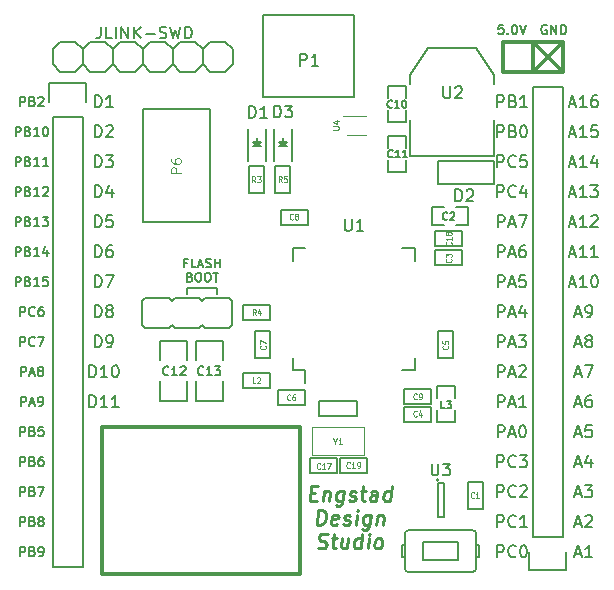
<source format=gbr>
G04 #@! TF.FileFunction,Legend,Top*
%FSLAX46Y46*%
G04 Gerber Fmt 4.6, Leading zero omitted, Abs format (unit mm)*
G04 Created by KiCad (PCBNEW 0.201510170916+6271~30~ubuntu15.04.1-product) date Mon 02 Nov 2015 12:23:47 AM PST*
%MOMM*%
G01*
G04 APERTURE LIST*
%ADD10C,0.100000*%
%ADD11C,0.250000*%
%ADD12C,0.150000*%
%ADD13C,0.200000*%
%ADD14C,0.180000*%
%ADD15C,0.304800*%
%ADD16C,0.127000*%
%ADD17C,0.152400*%
%ADD18C,0.114300*%
%ADD19C,0.125000*%
%ADD20C,0.120000*%
%ADD21C,0.075000*%
G04 APERTURE END LIST*
D10*
D11*
X125231205Y-90379414D02*
X125647872Y-90379414D01*
X125744598Y-91034176D02*
X125149360Y-91034176D01*
X125305610Y-89784176D01*
X125900848Y-89784176D01*
X126384478Y-90200843D02*
X126280312Y-91034176D01*
X126369597Y-90319890D02*
X126436562Y-90260367D01*
X126563049Y-90200843D01*
X126741621Y-90200843D01*
X126853229Y-90260367D01*
X126897871Y-90379414D01*
X126816026Y-91034176D01*
X128051144Y-90200843D02*
X127924656Y-91212748D01*
X127850252Y-91331795D01*
X127783288Y-91391319D01*
X127656799Y-91450843D01*
X127478228Y-91450843D01*
X127366621Y-91391319D01*
X127954418Y-90974652D02*
X127827931Y-91034176D01*
X127589835Y-91034176D01*
X127478228Y-90974652D01*
X127426144Y-90915129D01*
X127381501Y-90796081D01*
X127426144Y-90438938D01*
X127500549Y-90319890D01*
X127567514Y-90260367D01*
X127694001Y-90200843D01*
X127932097Y-90200843D01*
X128043704Y-90260367D01*
X128490132Y-90974652D02*
X128601740Y-91034176D01*
X128839835Y-91034176D01*
X128966323Y-90974652D01*
X129040728Y-90855605D01*
X129048168Y-90796081D01*
X129003525Y-90677033D01*
X128891918Y-90617510D01*
X128713347Y-90617510D01*
X128601739Y-90557986D01*
X128557096Y-90438938D01*
X128564537Y-90379414D01*
X128638942Y-90260367D01*
X128765430Y-90200843D01*
X128944001Y-90200843D01*
X129055609Y-90260367D01*
X129479716Y-90200843D02*
X129955906Y-90200843D01*
X129710371Y-89784176D02*
X129576442Y-90855605D01*
X129621085Y-90974652D01*
X129732692Y-91034176D01*
X129851740Y-91034176D01*
X130804121Y-91034176D02*
X130885966Y-90379414D01*
X130841324Y-90260367D01*
X130729716Y-90200843D01*
X130491621Y-90200843D01*
X130365133Y-90260367D01*
X130811561Y-90974652D02*
X130685074Y-91034176D01*
X130387455Y-91034176D01*
X130275847Y-90974652D01*
X130231204Y-90855605D01*
X130246085Y-90736557D01*
X130320490Y-90617510D01*
X130446978Y-90557986D01*
X130744597Y-90557986D01*
X130871085Y-90498462D01*
X131935073Y-91034176D02*
X132091323Y-89784176D01*
X131942513Y-90974652D02*
X131816026Y-91034176D01*
X131577930Y-91034176D01*
X131466323Y-90974652D01*
X131414239Y-90915129D01*
X131369596Y-90796081D01*
X131414239Y-90438938D01*
X131488644Y-90319890D01*
X131555609Y-90260367D01*
X131682096Y-90200843D01*
X131920192Y-90200843D01*
X132031799Y-90260367D01*
X125744597Y-93034176D02*
X125900847Y-91784176D01*
X126198466Y-91784176D01*
X126369597Y-91843700D01*
X126473763Y-91962748D01*
X126518406Y-92081795D01*
X126548168Y-92319890D01*
X126525847Y-92498462D01*
X126436561Y-92736557D01*
X126362156Y-92855605D01*
X126228228Y-92974652D01*
X126042216Y-93034176D01*
X125744597Y-93034176D01*
X127478228Y-92974652D02*
X127351740Y-93034176D01*
X127113645Y-93034176D01*
X127002037Y-92974652D01*
X126957394Y-92855605D01*
X127016918Y-92379414D01*
X127091323Y-92260367D01*
X127217811Y-92200843D01*
X127455906Y-92200843D01*
X127567514Y-92260367D01*
X127612156Y-92379414D01*
X127597275Y-92498462D01*
X126987156Y-92617510D01*
X128013942Y-92974652D02*
X128125550Y-93034176D01*
X128363645Y-93034176D01*
X128490133Y-92974652D01*
X128564538Y-92855605D01*
X128571978Y-92796081D01*
X128527335Y-92677033D01*
X128415728Y-92617510D01*
X128237157Y-92617510D01*
X128125549Y-92557986D01*
X128080906Y-92438938D01*
X128088347Y-92379414D01*
X128162752Y-92260367D01*
X128289240Y-92200843D01*
X128467811Y-92200843D01*
X128579419Y-92260367D01*
X129077931Y-93034176D02*
X129182097Y-92200843D01*
X129234181Y-91784176D02*
X129167216Y-91843700D01*
X129219300Y-91903224D01*
X129286264Y-91843700D01*
X129234181Y-91784176D01*
X129219300Y-91903224D01*
X130313049Y-92200843D02*
X130186561Y-93212748D01*
X130112157Y-93331795D01*
X130045193Y-93391319D01*
X129918704Y-93450843D01*
X129740133Y-93450843D01*
X129628526Y-93391319D01*
X130216323Y-92974652D02*
X130089836Y-93034176D01*
X129851740Y-93034176D01*
X129740133Y-92974652D01*
X129688049Y-92915129D01*
X129643406Y-92796081D01*
X129688049Y-92438938D01*
X129762454Y-92319890D01*
X129829419Y-92260367D01*
X129955906Y-92200843D01*
X130194002Y-92200843D01*
X130305609Y-92260367D01*
X130908287Y-92200843D02*
X130804121Y-93034176D01*
X130893406Y-92319890D02*
X130960371Y-92260367D01*
X131086858Y-92200843D01*
X131265430Y-92200843D01*
X131377038Y-92260367D01*
X131421680Y-92379414D01*
X131339835Y-93034176D01*
X125841323Y-94974652D02*
X126012455Y-95034176D01*
X126310074Y-95034176D01*
X126436561Y-94974652D01*
X126503525Y-94915129D01*
X126577930Y-94796081D01*
X126592811Y-94677033D01*
X126548168Y-94557986D01*
X126496085Y-94498462D01*
X126384478Y-94438938D01*
X126153823Y-94379414D01*
X126042216Y-94319890D01*
X125990133Y-94260367D01*
X125945490Y-94141319D01*
X125960371Y-94022271D01*
X126034776Y-93903224D01*
X126101740Y-93843700D01*
X126228228Y-93784176D01*
X126525848Y-93784176D01*
X126696978Y-93843700D01*
X127009478Y-94200843D02*
X127485668Y-94200843D01*
X127240133Y-93784176D02*
X127106204Y-94855605D01*
X127150847Y-94974652D01*
X127262454Y-95034176D01*
X127381502Y-95034176D01*
X128438049Y-94200843D02*
X128333883Y-95034176D01*
X127902335Y-94200843D02*
X127820490Y-94855605D01*
X127865133Y-94974652D01*
X127976740Y-95034176D01*
X128155312Y-95034176D01*
X128281800Y-94974652D01*
X128348763Y-94915129D01*
X129464835Y-95034176D02*
X129621085Y-93784176D01*
X129472275Y-94974652D02*
X129345788Y-95034176D01*
X129107692Y-95034176D01*
X128996085Y-94974652D01*
X128944001Y-94915129D01*
X128899358Y-94796081D01*
X128944001Y-94438938D01*
X129018406Y-94319890D01*
X129085371Y-94260367D01*
X129211858Y-94200843D01*
X129449954Y-94200843D01*
X129561561Y-94260367D01*
X130060073Y-95034176D02*
X130164239Y-94200843D01*
X130216323Y-93784176D02*
X130149358Y-93843700D01*
X130201442Y-93903224D01*
X130268406Y-93843700D01*
X130216323Y-93784176D01*
X130201442Y-93903224D01*
X130833882Y-95034176D02*
X130722275Y-94974652D01*
X130670191Y-94915129D01*
X130625548Y-94796081D01*
X130670191Y-94438938D01*
X130744596Y-94319890D01*
X130811561Y-94260367D01*
X130938048Y-94200843D01*
X131116620Y-94200843D01*
X131228228Y-94260367D01*
X131280310Y-94319890D01*
X131324953Y-94438938D01*
X131280310Y-94796081D01*
X131205905Y-94915129D01*
X131138942Y-94974652D01*
X131012454Y-95034176D01*
X130833882Y-95034176D01*
D12*
X114772043Y-70860129D02*
X114522043Y-70860129D01*
X114522043Y-71252986D02*
X114522043Y-70502986D01*
X114879186Y-70502986D01*
X115522043Y-71252986D02*
X115164900Y-71252986D01*
X115164900Y-70502986D01*
X115736329Y-71038700D02*
X116093472Y-71038700D01*
X115664901Y-71252986D02*
X115914901Y-70502986D01*
X116164901Y-71252986D01*
X116379186Y-71217271D02*
X116486329Y-71252986D01*
X116664900Y-71252986D01*
X116736329Y-71217271D01*
X116772043Y-71181557D01*
X116807758Y-71110129D01*
X116807758Y-71038700D01*
X116772043Y-70967271D01*
X116736329Y-70931557D01*
X116664900Y-70895843D01*
X116522043Y-70860129D01*
X116450615Y-70824414D01*
X116414900Y-70788700D01*
X116379186Y-70717271D01*
X116379186Y-70645843D01*
X116414900Y-70574414D01*
X116450615Y-70538700D01*
X116522043Y-70502986D01*
X116700615Y-70502986D01*
X116807758Y-70538700D01*
X117129186Y-71252986D02*
X117129186Y-70502986D01*
X117129186Y-70860129D02*
X117557758Y-70860129D01*
X117557758Y-71252986D02*
X117557758Y-70502986D01*
X115022043Y-72060129D02*
X115129186Y-72095843D01*
X115164901Y-72131557D01*
X115200615Y-72202986D01*
X115200615Y-72310129D01*
X115164901Y-72381557D01*
X115129186Y-72417271D01*
X115057758Y-72452986D01*
X114772043Y-72452986D01*
X114772043Y-71702986D01*
X115022043Y-71702986D01*
X115093472Y-71738700D01*
X115129186Y-71774414D01*
X115164901Y-71845843D01*
X115164901Y-71917271D01*
X115129186Y-71988700D01*
X115093472Y-72024414D01*
X115022043Y-72060129D01*
X114772043Y-72060129D01*
X115664901Y-71702986D02*
X115807758Y-71702986D01*
X115879186Y-71738700D01*
X115950615Y-71810129D01*
X115986329Y-71952986D01*
X115986329Y-72202986D01*
X115950615Y-72345843D01*
X115879186Y-72417271D01*
X115807758Y-72452986D01*
X115664901Y-72452986D01*
X115593472Y-72417271D01*
X115522043Y-72345843D01*
X115486329Y-72202986D01*
X115486329Y-71952986D01*
X115522043Y-71810129D01*
X115593472Y-71738700D01*
X115664901Y-71702986D01*
X116450615Y-71702986D02*
X116593472Y-71702986D01*
X116664900Y-71738700D01*
X116736329Y-71810129D01*
X116772043Y-71952986D01*
X116772043Y-72202986D01*
X116736329Y-72345843D01*
X116664900Y-72417271D01*
X116593472Y-72452986D01*
X116450615Y-72452986D01*
X116379186Y-72417271D01*
X116307757Y-72345843D01*
X116272043Y-72202986D01*
X116272043Y-71952986D01*
X116307757Y-71810129D01*
X116379186Y-71738700D01*
X116450615Y-71702986D01*
X116986329Y-71702986D02*
X117414900Y-71702986D01*
X117200614Y-72452986D02*
X117200614Y-71702986D01*
D13*
X117309900Y-72974200D02*
X117309900Y-73482200D01*
X114769900Y-72974200D02*
X117309900Y-72974200D01*
X114769900Y-73482200D02*
X114769900Y-72974200D01*
X145211877Y-50730200D02*
X145135686Y-50692105D01*
X145021401Y-50692105D01*
X144907115Y-50730200D01*
X144830924Y-50806390D01*
X144792829Y-50882581D01*
X144754734Y-51034962D01*
X144754734Y-51149248D01*
X144792829Y-51301629D01*
X144830924Y-51377819D01*
X144907115Y-51454010D01*
X145021401Y-51492105D01*
X145097591Y-51492105D01*
X145211877Y-51454010D01*
X145249972Y-51415914D01*
X145249972Y-51149248D01*
X145097591Y-51149248D01*
X145592829Y-51492105D02*
X145592829Y-50692105D01*
X146049972Y-51492105D01*
X146049972Y-50692105D01*
X146430924Y-51492105D02*
X146430924Y-50692105D01*
X146621400Y-50692105D01*
X146735686Y-50730200D01*
X146811877Y-50806390D01*
X146849972Y-50882581D01*
X146888067Y-51034962D01*
X146888067Y-51149248D01*
X146849972Y-51301629D01*
X146811877Y-51377819D01*
X146735686Y-51454010D01*
X146621400Y-51492105D01*
X146430924Y-51492105D01*
X141541591Y-50692105D02*
X141160638Y-50692105D01*
X141122543Y-51073057D01*
X141160638Y-51034962D01*
X141236829Y-50996867D01*
X141427305Y-50996867D01*
X141503495Y-51034962D01*
X141541591Y-51073057D01*
X141579686Y-51149248D01*
X141579686Y-51339724D01*
X141541591Y-51415914D01*
X141503495Y-51454010D01*
X141427305Y-51492105D01*
X141236829Y-51492105D01*
X141160638Y-51454010D01*
X141122543Y-51415914D01*
X141922543Y-51415914D02*
X141960638Y-51454010D01*
X141922543Y-51492105D01*
X141884448Y-51454010D01*
X141922543Y-51415914D01*
X141922543Y-51492105D01*
X142455876Y-50692105D02*
X142532067Y-50692105D01*
X142608257Y-50730200D01*
X142646352Y-50768295D01*
X142684448Y-50844486D01*
X142722543Y-50996867D01*
X142722543Y-51187343D01*
X142684448Y-51339724D01*
X142646352Y-51415914D01*
X142608257Y-51454010D01*
X142532067Y-51492105D01*
X142455876Y-51492105D01*
X142379686Y-51454010D01*
X142341590Y-51415914D01*
X142303495Y-51339724D01*
X142265400Y-51187343D01*
X142265400Y-50996867D01*
X142303495Y-50844486D01*
X142341590Y-50768295D01*
X142379686Y-50730200D01*
X142455876Y-50692105D01*
X142951114Y-50692105D02*
X143217781Y-51492105D01*
X143484448Y-50692105D01*
D12*
X100634924Y-95688105D02*
X100634924Y-94888105D01*
X100939686Y-94888105D01*
X101015877Y-94926200D01*
X101053972Y-94964295D01*
X101092067Y-95040486D01*
X101092067Y-95154771D01*
X101053972Y-95230962D01*
X101015877Y-95269057D01*
X100939686Y-95307152D01*
X100634924Y-95307152D01*
X101701591Y-95269057D02*
X101815877Y-95307152D01*
X101853972Y-95345248D01*
X101892067Y-95421438D01*
X101892067Y-95535724D01*
X101853972Y-95611914D01*
X101815877Y-95650010D01*
X101739686Y-95688105D01*
X101434924Y-95688105D01*
X101434924Y-94888105D01*
X101701591Y-94888105D01*
X101777781Y-94926200D01*
X101815877Y-94964295D01*
X101853972Y-95040486D01*
X101853972Y-95116676D01*
X101815877Y-95192867D01*
X101777781Y-95230962D01*
X101701591Y-95269057D01*
X101434924Y-95269057D01*
X102273019Y-95688105D02*
X102425400Y-95688105D01*
X102501591Y-95650010D01*
X102539686Y-95611914D01*
X102615877Y-95497629D01*
X102653972Y-95345248D01*
X102653972Y-95040486D01*
X102615877Y-94964295D01*
X102577781Y-94926200D01*
X102501591Y-94888105D01*
X102349210Y-94888105D01*
X102273019Y-94926200D01*
X102234924Y-94964295D01*
X102196829Y-95040486D01*
X102196829Y-95230962D01*
X102234924Y-95307152D01*
X102273019Y-95345248D01*
X102349210Y-95383343D01*
X102501591Y-95383343D01*
X102577781Y-95345248D01*
X102615877Y-95307152D01*
X102653972Y-95230962D01*
X100634924Y-93148105D02*
X100634924Y-92348105D01*
X100939686Y-92348105D01*
X101015877Y-92386200D01*
X101053972Y-92424295D01*
X101092067Y-92500486D01*
X101092067Y-92614771D01*
X101053972Y-92690962D01*
X101015877Y-92729057D01*
X100939686Y-92767152D01*
X100634924Y-92767152D01*
X101701591Y-92729057D02*
X101815877Y-92767152D01*
X101853972Y-92805248D01*
X101892067Y-92881438D01*
X101892067Y-92995724D01*
X101853972Y-93071914D01*
X101815877Y-93110010D01*
X101739686Y-93148105D01*
X101434924Y-93148105D01*
X101434924Y-92348105D01*
X101701591Y-92348105D01*
X101777781Y-92386200D01*
X101815877Y-92424295D01*
X101853972Y-92500486D01*
X101853972Y-92576676D01*
X101815877Y-92652867D01*
X101777781Y-92690962D01*
X101701591Y-92729057D01*
X101434924Y-92729057D01*
X102349210Y-92690962D02*
X102273019Y-92652867D01*
X102234924Y-92614771D01*
X102196829Y-92538581D01*
X102196829Y-92500486D01*
X102234924Y-92424295D01*
X102273019Y-92386200D01*
X102349210Y-92348105D01*
X102501591Y-92348105D01*
X102577781Y-92386200D01*
X102615877Y-92424295D01*
X102653972Y-92500486D01*
X102653972Y-92538581D01*
X102615877Y-92614771D01*
X102577781Y-92652867D01*
X102501591Y-92690962D01*
X102349210Y-92690962D01*
X102273019Y-92729057D01*
X102234924Y-92767152D01*
X102196829Y-92843343D01*
X102196829Y-92995724D01*
X102234924Y-93071914D01*
X102273019Y-93110010D01*
X102349210Y-93148105D01*
X102501591Y-93148105D01*
X102577781Y-93110010D01*
X102615877Y-93071914D01*
X102653972Y-92995724D01*
X102653972Y-92843343D01*
X102615877Y-92767152D01*
X102577781Y-92729057D01*
X102501591Y-92690962D01*
X100634924Y-90608105D02*
X100634924Y-89808105D01*
X100939686Y-89808105D01*
X101015877Y-89846200D01*
X101053972Y-89884295D01*
X101092067Y-89960486D01*
X101092067Y-90074771D01*
X101053972Y-90150962D01*
X101015877Y-90189057D01*
X100939686Y-90227152D01*
X100634924Y-90227152D01*
X101701591Y-90189057D02*
X101815877Y-90227152D01*
X101853972Y-90265248D01*
X101892067Y-90341438D01*
X101892067Y-90455724D01*
X101853972Y-90531914D01*
X101815877Y-90570010D01*
X101739686Y-90608105D01*
X101434924Y-90608105D01*
X101434924Y-89808105D01*
X101701591Y-89808105D01*
X101777781Y-89846200D01*
X101815877Y-89884295D01*
X101853972Y-89960486D01*
X101853972Y-90036676D01*
X101815877Y-90112867D01*
X101777781Y-90150962D01*
X101701591Y-90189057D01*
X101434924Y-90189057D01*
X102158734Y-89808105D02*
X102692067Y-89808105D01*
X102349210Y-90608105D01*
X100634924Y-88068105D02*
X100634924Y-87268105D01*
X100939686Y-87268105D01*
X101015877Y-87306200D01*
X101053972Y-87344295D01*
X101092067Y-87420486D01*
X101092067Y-87534771D01*
X101053972Y-87610962D01*
X101015877Y-87649057D01*
X100939686Y-87687152D01*
X100634924Y-87687152D01*
X101701591Y-87649057D02*
X101815877Y-87687152D01*
X101853972Y-87725248D01*
X101892067Y-87801438D01*
X101892067Y-87915724D01*
X101853972Y-87991914D01*
X101815877Y-88030010D01*
X101739686Y-88068105D01*
X101434924Y-88068105D01*
X101434924Y-87268105D01*
X101701591Y-87268105D01*
X101777781Y-87306200D01*
X101815877Y-87344295D01*
X101853972Y-87420486D01*
X101853972Y-87496676D01*
X101815877Y-87572867D01*
X101777781Y-87610962D01*
X101701591Y-87649057D01*
X101434924Y-87649057D01*
X102577781Y-87268105D02*
X102425400Y-87268105D01*
X102349210Y-87306200D01*
X102311115Y-87344295D01*
X102234924Y-87458581D01*
X102196829Y-87610962D01*
X102196829Y-87915724D01*
X102234924Y-87991914D01*
X102273019Y-88030010D01*
X102349210Y-88068105D01*
X102501591Y-88068105D01*
X102577781Y-88030010D01*
X102615877Y-87991914D01*
X102653972Y-87915724D01*
X102653972Y-87725248D01*
X102615877Y-87649057D01*
X102577781Y-87610962D01*
X102501591Y-87572867D01*
X102349210Y-87572867D01*
X102273019Y-87610962D01*
X102234924Y-87649057D01*
X102196829Y-87725248D01*
X100634924Y-85528105D02*
X100634924Y-84728105D01*
X100939686Y-84728105D01*
X101015877Y-84766200D01*
X101053972Y-84804295D01*
X101092067Y-84880486D01*
X101092067Y-84994771D01*
X101053972Y-85070962D01*
X101015877Y-85109057D01*
X100939686Y-85147152D01*
X100634924Y-85147152D01*
X101701591Y-85109057D02*
X101815877Y-85147152D01*
X101853972Y-85185248D01*
X101892067Y-85261438D01*
X101892067Y-85375724D01*
X101853972Y-85451914D01*
X101815877Y-85490010D01*
X101739686Y-85528105D01*
X101434924Y-85528105D01*
X101434924Y-84728105D01*
X101701591Y-84728105D01*
X101777781Y-84766200D01*
X101815877Y-84804295D01*
X101853972Y-84880486D01*
X101853972Y-84956676D01*
X101815877Y-85032867D01*
X101777781Y-85070962D01*
X101701591Y-85109057D01*
X101434924Y-85109057D01*
X102615877Y-84728105D02*
X102234924Y-84728105D01*
X102196829Y-85109057D01*
X102234924Y-85070962D01*
X102311115Y-85032867D01*
X102501591Y-85032867D01*
X102577781Y-85070962D01*
X102615877Y-85109057D01*
X102653972Y-85185248D01*
X102653972Y-85375724D01*
X102615877Y-85451914D01*
X102577781Y-85490010D01*
X102501591Y-85528105D01*
X102311115Y-85528105D01*
X102234924Y-85490010D01*
X102196829Y-85451914D01*
X100692067Y-82988105D02*
X100692067Y-82188105D01*
X100996829Y-82188105D01*
X101073020Y-82226200D01*
X101111115Y-82264295D01*
X101149210Y-82340486D01*
X101149210Y-82454771D01*
X101111115Y-82530962D01*
X101073020Y-82569057D01*
X100996829Y-82607152D01*
X100692067Y-82607152D01*
X101453972Y-82759533D02*
X101834924Y-82759533D01*
X101377781Y-82988105D02*
X101644448Y-82188105D01*
X101911115Y-82988105D01*
X102215876Y-82988105D02*
X102368257Y-82988105D01*
X102444448Y-82950010D01*
X102482543Y-82911914D01*
X102558734Y-82797629D01*
X102596829Y-82645248D01*
X102596829Y-82340486D01*
X102558734Y-82264295D01*
X102520638Y-82226200D01*
X102444448Y-82188105D01*
X102292067Y-82188105D01*
X102215876Y-82226200D01*
X102177781Y-82264295D01*
X102139686Y-82340486D01*
X102139686Y-82530962D01*
X102177781Y-82607152D01*
X102215876Y-82645248D01*
X102292067Y-82683343D01*
X102444448Y-82683343D01*
X102520638Y-82645248D01*
X102558734Y-82607152D01*
X102596829Y-82530962D01*
X100692067Y-80448105D02*
X100692067Y-79648105D01*
X100996829Y-79648105D01*
X101073020Y-79686200D01*
X101111115Y-79724295D01*
X101149210Y-79800486D01*
X101149210Y-79914771D01*
X101111115Y-79990962D01*
X101073020Y-80029057D01*
X100996829Y-80067152D01*
X100692067Y-80067152D01*
X101453972Y-80219533D02*
X101834924Y-80219533D01*
X101377781Y-80448105D02*
X101644448Y-79648105D01*
X101911115Y-80448105D01*
X102292067Y-79990962D02*
X102215876Y-79952867D01*
X102177781Y-79914771D01*
X102139686Y-79838581D01*
X102139686Y-79800486D01*
X102177781Y-79724295D01*
X102215876Y-79686200D01*
X102292067Y-79648105D01*
X102444448Y-79648105D01*
X102520638Y-79686200D01*
X102558734Y-79724295D01*
X102596829Y-79800486D01*
X102596829Y-79838581D01*
X102558734Y-79914771D01*
X102520638Y-79952867D01*
X102444448Y-79990962D01*
X102292067Y-79990962D01*
X102215876Y-80029057D01*
X102177781Y-80067152D01*
X102139686Y-80143343D01*
X102139686Y-80295724D01*
X102177781Y-80371914D01*
X102215876Y-80410010D01*
X102292067Y-80448105D01*
X102444448Y-80448105D01*
X102520638Y-80410010D01*
X102558734Y-80371914D01*
X102596829Y-80295724D01*
X102596829Y-80143343D01*
X102558734Y-80067152D01*
X102520638Y-80029057D01*
X102444448Y-79990962D01*
X100634924Y-77908105D02*
X100634924Y-77108105D01*
X100939686Y-77108105D01*
X101015877Y-77146200D01*
X101053972Y-77184295D01*
X101092067Y-77260486D01*
X101092067Y-77374771D01*
X101053972Y-77450962D01*
X101015877Y-77489057D01*
X100939686Y-77527152D01*
X100634924Y-77527152D01*
X101892067Y-77831914D02*
X101853972Y-77870010D01*
X101739686Y-77908105D01*
X101663496Y-77908105D01*
X101549210Y-77870010D01*
X101473019Y-77793819D01*
X101434924Y-77717629D01*
X101396829Y-77565248D01*
X101396829Y-77450962D01*
X101434924Y-77298581D01*
X101473019Y-77222390D01*
X101549210Y-77146200D01*
X101663496Y-77108105D01*
X101739686Y-77108105D01*
X101853972Y-77146200D01*
X101892067Y-77184295D01*
X102158734Y-77108105D02*
X102692067Y-77108105D01*
X102349210Y-77908105D01*
X100634924Y-75368105D02*
X100634924Y-74568105D01*
X100939686Y-74568105D01*
X101015877Y-74606200D01*
X101053972Y-74644295D01*
X101092067Y-74720486D01*
X101092067Y-74834771D01*
X101053972Y-74910962D01*
X101015877Y-74949057D01*
X100939686Y-74987152D01*
X100634924Y-74987152D01*
X101892067Y-75291914D02*
X101853972Y-75330010D01*
X101739686Y-75368105D01*
X101663496Y-75368105D01*
X101549210Y-75330010D01*
X101473019Y-75253819D01*
X101434924Y-75177629D01*
X101396829Y-75025248D01*
X101396829Y-74910962D01*
X101434924Y-74758581D01*
X101473019Y-74682390D01*
X101549210Y-74606200D01*
X101663496Y-74568105D01*
X101739686Y-74568105D01*
X101853972Y-74606200D01*
X101892067Y-74644295D01*
X102577781Y-74568105D02*
X102425400Y-74568105D01*
X102349210Y-74606200D01*
X102311115Y-74644295D01*
X102234924Y-74758581D01*
X102196829Y-74910962D01*
X102196829Y-75215724D01*
X102234924Y-75291914D01*
X102273019Y-75330010D01*
X102349210Y-75368105D01*
X102501591Y-75368105D01*
X102577781Y-75330010D01*
X102615877Y-75291914D01*
X102653972Y-75215724D01*
X102653972Y-75025248D01*
X102615877Y-74949057D01*
X102577781Y-74910962D01*
X102501591Y-74872867D01*
X102349210Y-74872867D01*
X102273019Y-74910962D01*
X102234924Y-74949057D01*
X102196829Y-75025248D01*
X100253971Y-72828105D02*
X100253971Y-72028105D01*
X100558733Y-72028105D01*
X100634924Y-72066200D01*
X100673019Y-72104295D01*
X100711114Y-72180486D01*
X100711114Y-72294771D01*
X100673019Y-72370962D01*
X100634924Y-72409057D01*
X100558733Y-72447152D01*
X100253971Y-72447152D01*
X101320638Y-72409057D02*
X101434924Y-72447152D01*
X101473019Y-72485248D01*
X101511114Y-72561438D01*
X101511114Y-72675724D01*
X101473019Y-72751914D01*
X101434924Y-72790010D01*
X101358733Y-72828105D01*
X101053971Y-72828105D01*
X101053971Y-72028105D01*
X101320638Y-72028105D01*
X101396828Y-72066200D01*
X101434924Y-72104295D01*
X101473019Y-72180486D01*
X101473019Y-72256676D01*
X101434924Y-72332867D01*
X101396828Y-72370962D01*
X101320638Y-72409057D01*
X101053971Y-72409057D01*
X102273019Y-72828105D02*
X101815876Y-72828105D01*
X102044447Y-72828105D02*
X102044447Y-72028105D01*
X101968257Y-72142390D01*
X101892066Y-72218581D01*
X101815876Y-72256676D01*
X102996829Y-72028105D02*
X102615876Y-72028105D01*
X102577781Y-72409057D01*
X102615876Y-72370962D01*
X102692067Y-72332867D01*
X102882543Y-72332867D01*
X102958733Y-72370962D01*
X102996829Y-72409057D01*
X103034924Y-72485248D01*
X103034924Y-72675724D01*
X102996829Y-72751914D01*
X102958733Y-72790010D01*
X102882543Y-72828105D01*
X102692067Y-72828105D01*
X102615876Y-72790010D01*
X102577781Y-72751914D01*
X100253971Y-70288105D02*
X100253971Y-69488105D01*
X100558733Y-69488105D01*
X100634924Y-69526200D01*
X100673019Y-69564295D01*
X100711114Y-69640486D01*
X100711114Y-69754771D01*
X100673019Y-69830962D01*
X100634924Y-69869057D01*
X100558733Y-69907152D01*
X100253971Y-69907152D01*
X101320638Y-69869057D02*
X101434924Y-69907152D01*
X101473019Y-69945248D01*
X101511114Y-70021438D01*
X101511114Y-70135724D01*
X101473019Y-70211914D01*
X101434924Y-70250010D01*
X101358733Y-70288105D01*
X101053971Y-70288105D01*
X101053971Y-69488105D01*
X101320638Y-69488105D01*
X101396828Y-69526200D01*
X101434924Y-69564295D01*
X101473019Y-69640486D01*
X101473019Y-69716676D01*
X101434924Y-69792867D01*
X101396828Y-69830962D01*
X101320638Y-69869057D01*
X101053971Y-69869057D01*
X102273019Y-70288105D02*
X101815876Y-70288105D01*
X102044447Y-70288105D02*
X102044447Y-69488105D01*
X101968257Y-69602390D01*
X101892066Y-69678581D01*
X101815876Y-69716676D01*
X102958733Y-69754771D02*
X102958733Y-70288105D01*
X102768257Y-69450010D02*
X102577781Y-70021438D01*
X103073019Y-70021438D01*
X100253971Y-67748105D02*
X100253971Y-66948105D01*
X100558733Y-66948105D01*
X100634924Y-66986200D01*
X100673019Y-67024295D01*
X100711114Y-67100486D01*
X100711114Y-67214771D01*
X100673019Y-67290962D01*
X100634924Y-67329057D01*
X100558733Y-67367152D01*
X100253971Y-67367152D01*
X101320638Y-67329057D02*
X101434924Y-67367152D01*
X101473019Y-67405248D01*
X101511114Y-67481438D01*
X101511114Y-67595724D01*
X101473019Y-67671914D01*
X101434924Y-67710010D01*
X101358733Y-67748105D01*
X101053971Y-67748105D01*
X101053971Y-66948105D01*
X101320638Y-66948105D01*
X101396828Y-66986200D01*
X101434924Y-67024295D01*
X101473019Y-67100486D01*
X101473019Y-67176676D01*
X101434924Y-67252867D01*
X101396828Y-67290962D01*
X101320638Y-67329057D01*
X101053971Y-67329057D01*
X102273019Y-67748105D02*
X101815876Y-67748105D01*
X102044447Y-67748105D02*
X102044447Y-66948105D01*
X101968257Y-67062390D01*
X101892066Y-67138581D01*
X101815876Y-67176676D01*
X102539686Y-66948105D02*
X103034924Y-66948105D01*
X102768257Y-67252867D01*
X102882543Y-67252867D01*
X102958733Y-67290962D01*
X102996829Y-67329057D01*
X103034924Y-67405248D01*
X103034924Y-67595724D01*
X102996829Y-67671914D01*
X102958733Y-67710010D01*
X102882543Y-67748105D01*
X102653971Y-67748105D01*
X102577781Y-67710010D01*
X102539686Y-67671914D01*
X100253971Y-65208105D02*
X100253971Y-64408105D01*
X100558733Y-64408105D01*
X100634924Y-64446200D01*
X100673019Y-64484295D01*
X100711114Y-64560486D01*
X100711114Y-64674771D01*
X100673019Y-64750962D01*
X100634924Y-64789057D01*
X100558733Y-64827152D01*
X100253971Y-64827152D01*
X101320638Y-64789057D02*
X101434924Y-64827152D01*
X101473019Y-64865248D01*
X101511114Y-64941438D01*
X101511114Y-65055724D01*
X101473019Y-65131914D01*
X101434924Y-65170010D01*
X101358733Y-65208105D01*
X101053971Y-65208105D01*
X101053971Y-64408105D01*
X101320638Y-64408105D01*
X101396828Y-64446200D01*
X101434924Y-64484295D01*
X101473019Y-64560486D01*
X101473019Y-64636676D01*
X101434924Y-64712867D01*
X101396828Y-64750962D01*
X101320638Y-64789057D01*
X101053971Y-64789057D01*
X102273019Y-65208105D02*
X101815876Y-65208105D01*
X102044447Y-65208105D02*
X102044447Y-64408105D01*
X101968257Y-64522390D01*
X101892066Y-64598581D01*
X101815876Y-64636676D01*
X102577781Y-64484295D02*
X102615876Y-64446200D01*
X102692067Y-64408105D01*
X102882543Y-64408105D01*
X102958733Y-64446200D01*
X102996829Y-64484295D01*
X103034924Y-64560486D01*
X103034924Y-64636676D01*
X102996829Y-64750962D01*
X102539686Y-65208105D01*
X103034924Y-65208105D01*
X100253971Y-62668105D02*
X100253971Y-61868105D01*
X100558733Y-61868105D01*
X100634924Y-61906200D01*
X100673019Y-61944295D01*
X100711114Y-62020486D01*
X100711114Y-62134771D01*
X100673019Y-62210962D01*
X100634924Y-62249057D01*
X100558733Y-62287152D01*
X100253971Y-62287152D01*
X101320638Y-62249057D02*
X101434924Y-62287152D01*
X101473019Y-62325248D01*
X101511114Y-62401438D01*
X101511114Y-62515724D01*
X101473019Y-62591914D01*
X101434924Y-62630010D01*
X101358733Y-62668105D01*
X101053971Y-62668105D01*
X101053971Y-61868105D01*
X101320638Y-61868105D01*
X101396828Y-61906200D01*
X101434924Y-61944295D01*
X101473019Y-62020486D01*
X101473019Y-62096676D01*
X101434924Y-62172867D01*
X101396828Y-62210962D01*
X101320638Y-62249057D01*
X101053971Y-62249057D01*
X102273019Y-62668105D02*
X101815876Y-62668105D01*
X102044447Y-62668105D02*
X102044447Y-61868105D01*
X101968257Y-61982390D01*
X101892066Y-62058581D01*
X101815876Y-62096676D01*
X103034924Y-62668105D02*
X102577781Y-62668105D01*
X102806352Y-62668105D02*
X102806352Y-61868105D01*
X102730162Y-61982390D01*
X102653971Y-62058581D01*
X102577781Y-62096676D01*
X100253971Y-60128105D02*
X100253971Y-59328105D01*
X100558733Y-59328105D01*
X100634924Y-59366200D01*
X100673019Y-59404295D01*
X100711114Y-59480486D01*
X100711114Y-59594771D01*
X100673019Y-59670962D01*
X100634924Y-59709057D01*
X100558733Y-59747152D01*
X100253971Y-59747152D01*
X101320638Y-59709057D02*
X101434924Y-59747152D01*
X101473019Y-59785248D01*
X101511114Y-59861438D01*
X101511114Y-59975724D01*
X101473019Y-60051914D01*
X101434924Y-60090010D01*
X101358733Y-60128105D01*
X101053971Y-60128105D01*
X101053971Y-59328105D01*
X101320638Y-59328105D01*
X101396828Y-59366200D01*
X101434924Y-59404295D01*
X101473019Y-59480486D01*
X101473019Y-59556676D01*
X101434924Y-59632867D01*
X101396828Y-59670962D01*
X101320638Y-59709057D01*
X101053971Y-59709057D01*
X102273019Y-60128105D02*
X101815876Y-60128105D01*
X102044447Y-60128105D02*
X102044447Y-59328105D01*
X101968257Y-59442390D01*
X101892066Y-59518581D01*
X101815876Y-59556676D01*
X102768257Y-59328105D02*
X102844448Y-59328105D01*
X102920638Y-59366200D01*
X102958733Y-59404295D01*
X102996829Y-59480486D01*
X103034924Y-59632867D01*
X103034924Y-59823343D01*
X102996829Y-59975724D01*
X102958733Y-60051914D01*
X102920638Y-60090010D01*
X102844448Y-60128105D01*
X102768257Y-60128105D01*
X102692067Y-60090010D01*
X102653971Y-60051914D01*
X102615876Y-59975724D01*
X102577781Y-59823343D01*
X102577781Y-59632867D01*
X102615876Y-59480486D01*
X102653971Y-59404295D01*
X102692067Y-59366200D01*
X102768257Y-59328105D01*
X100634924Y-57588105D02*
X100634924Y-56788105D01*
X100939686Y-56788105D01*
X101015877Y-56826200D01*
X101053972Y-56864295D01*
X101092067Y-56940486D01*
X101092067Y-57054771D01*
X101053972Y-57130962D01*
X101015877Y-57169057D01*
X100939686Y-57207152D01*
X100634924Y-57207152D01*
X101701591Y-57169057D02*
X101815877Y-57207152D01*
X101853972Y-57245248D01*
X101892067Y-57321438D01*
X101892067Y-57435724D01*
X101853972Y-57511914D01*
X101815877Y-57550010D01*
X101739686Y-57588105D01*
X101434924Y-57588105D01*
X101434924Y-56788105D01*
X101701591Y-56788105D01*
X101777781Y-56826200D01*
X101815877Y-56864295D01*
X101853972Y-56940486D01*
X101853972Y-57016676D01*
X101815877Y-57092867D01*
X101777781Y-57130962D01*
X101701591Y-57169057D01*
X101434924Y-57169057D01*
X102196829Y-56864295D02*
X102234924Y-56826200D01*
X102311115Y-56788105D01*
X102501591Y-56788105D01*
X102577781Y-56826200D01*
X102615877Y-56864295D01*
X102653972Y-56940486D01*
X102653972Y-57016676D01*
X102615877Y-57130962D01*
X102158734Y-57588105D01*
X102653972Y-57588105D01*
D14*
X106983305Y-75458581D02*
X106983305Y-74458581D01*
X107221400Y-74458581D01*
X107364258Y-74506200D01*
X107459496Y-74601438D01*
X107507115Y-74696676D01*
X107554734Y-74887152D01*
X107554734Y-75030010D01*
X107507115Y-75220486D01*
X107459496Y-75315724D01*
X107364258Y-75410962D01*
X107221400Y-75458581D01*
X106983305Y-75458581D01*
X108126162Y-74887152D02*
X108030924Y-74839533D01*
X107983305Y-74791914D01*
X107935686Y-74696676D01*
X107935686Y-74649057D01*
X107983305Y-74553819D01*
X108030924Y-74506200D01*
X108126162Y-74458581D01*
X108316639Y-74458581D01*
X108411877Y-74506200D01*
X108459496Y-74553819D01*
X108507115Y-74649057D01*
X108507115Y-74696676D01*
X108459496Y-74791914D01*
X108411877Y-74839533D01*
X108316639Y-74887152D01*
X108126162Y-74887152D01*
X108030924Y-74934771D01*
X107983305Y-74982390D01*
X107935686Y-75077629D01*
X107935686Y-75268105D01*
X107983305Y-75363343D01*
X108030924Y-75410962D01*
X108126162Y-75458581D01*
X108316639Y-75458581D01*
X108411877Y-75410962D01*
X108459496Y-75363343D01*
X108507115Y-75268105D01*
X108507115Y-75077629D01*
X108459496Y-74982390D01*
X108411877Y-74934771D01*
X108316639Y-74887152D01*
X106983305Y-72918581D02*
X106983305Y-71918581D01*
X107221400Y-71918581D01*
X107364258Y-71966200D01*
X107459496Y-72061438D01*
X107507115Y-72156676D01*
X107554734Y-72347152D01*
X107554734Y-72490010D01*
X107507115Y-72680486D01*
X107459496Y-72775724D01*
X107364258Y-72870962D01*
X107221400Y-72918581D01*
X106983305Y-72918581D01*
X107888067Y-71918581D02*
X108554734Y-71918581D01*
X108126162Y-72918581D01*
X106983305Y-62758581D02*
X106983305Y-61758581D01*
X107221400Y-61758581D01*
X107364258Y-61806200D01*
X107459496Y-61901438D01*
X107507115Y-61996676D01*
X107554734Y-62187152D01*
X107554734Y-62330010D01*
X107507115Y-62520486D01*
X107459496Y-62615724D01*
X107364258Y-62710962D01*
X107221400Y-62758581D01*
X106983305Y-62758581D01*
X107888067Y-61758581D02*
X108507115Y-61758581D01*
X108173781Y-62139533D01*
X108316639Y-62139533D01*
X108411877Y-62187152D01*
X108459496Y-62234771D01*
X108507115Y-62330010D01*
X108507115Y-62568105D01*
X108459496Y-62663343D01*
X108411877Y-62710962D01*
X108316639Y-62758581D01*
X108030924Y-62758581D01*
X107935686Y-62710962D01*
X107888067Y-62663343D01*
X106983305Y-60218581D02*
X106983305Y-59218581D01*
X107221400Y-59218581D01*
X107364258Y-59266200D01*
X107459496Y-59361438D01*
X107507115Y-59456676D01*
X107554734Y-59647152D01*
X107554734Y-59790010D01*
X107507115Y-59980486D01*
X107459496Y-60075724D01*
X107364258Y-60170962D01*
X107221400Y-60218581D01*
X106983305Y-60218581D01*
X107935686Y-59313819D02*
X107983305Y-59266200D01*
X108078543Y-59218581D01*
X108316639Y-59218581D01*
X108411877Y-59266200D01*
X108459496Y-59313819D01*
X108507115Y-59409057D01*
X108507115Y-59504295D01*
X108459496Y-59647152D01*
X107888067Y-60218581D01*
X108507115Y-60218581D01*
X106983305Y-70378581D02*
X106983305Y-69378581D01*
X107221400Y-69378581D01*
X107364258Y-69426200D01*
X107459496Y-69521438D01*
X107507115Y-69616676D01*
X107554734Y-69807152D01*
X107554734Y-69950010D01*
X107507115Y-70140486D01*
X107459496Y-70235724D01*
X107364258Y-70330962D01*
X107221400Y-70378581D01*
X106983305Y-70378581D01*
X108411877Y-69378581D02*
X108221400Y-69378581D01*
X108126162Y-69426200D01*
X108078543Y-69473819D01*
X107983305Y-69616676D01*
X107935686Y-69807152D01*
X107935686Y-70188105D01*
X107983305Y-70283343D01*
X108030924Y-70330962D01*
X108126162Y-70378581D01*
X108316639Y-70378581D01*
X108411877Y-70330962D01*
X108459496Y-70283343D01*
X108507115Y-70188105D01*
X108507115Y-69950010D01*
X108459496Y-69854771D01*
X108411877Y-69807152D01*
X108316639Y-69759533D01*
X108126162Y-69759533D01*
X108030924Y-69807152D01*
X107983305Y-69854771D01*
X107935686Y-69950010D01*
X106983305Y-67838581D02*
X106983305Y-66838581D01*
X107221400Y-66838581D01*
X107364258Y-66886200D01*
X107459496Y-66981438D01*
X107507115Y-67076676D01*
X107554734Y-67267152D01*
X107554734Y-67410010D01*
X107507115Y-67600486D01*
X107459496Y-67695724D01*
X107364258Y-67790962D01*
X107221400Y-67838581D01*
X106983305Y-67838581D01*
X108459496Y-66838581D02*
X107983305Y-66838581D01*
X107935686Y-67314771D01*
X107983305Y-67267152D01*
X108078543Y-67219533D01*
X108316639Y-67219533D01*
X108411877Y-67267152D01*
X108459496Y-67314771D01*
X108507115Y-67410010D01*
X108507115Y-67648105D01*
X108459496Y-67743343D01*
X108411877Y-67790962D01*
X108316639Y-67838581D01*
X108078543Y-67838581D01*
X107983305Y-67790962D01*
X107935686Y-67743343D01*
X106983305Y-65298581D02*
X106983305Y-64298581D01*
X107221400Y-64298581D01*
X107364258Y-64346200D01*
X107459496Y-64441438D01*
X107507115Y-64536676D01*
X107554734Y-64727152D01*
X107554734Y-64870010D01*
X107507115Y-65060486D01*
X107459496Y-65155724D01*
X107364258Y-65250962D01*
X107221400Y-65298581D01*
X106983305Y-65298581D01*
X108411877Y-64631914D02*
X108411877Y-65298581D01*
X108173781Y-64250962D02*
X107935686Y-64965248D01*
X108554734Y-64965248D01*
X106983305Y-77998581D02*
X106983305Y-76998581D01*
X107221400Y-76998581D01*
X107364258Y-77046200D01*
X107459496Y-77141438D01*
X107507115Y-77236676D01*
X107554734Y-77427152D01*
X107554734Y-77570010D01*
X107507115Y-77760486D01*
X107459496Y-77855724D01*
X107364258Y-77950962D01*
X107221400Y-77998581D01*
X106983305Y-77998581D01*
X108030924Y-77998581D02*
X108221400Y-77998581D01*
X108316639Y-77950962D01*
X108364258Y-77903343D01*
X108459496Y-77760486D01*
X108507115Y-77570010D01*
X108507115Y-77189057D01*
X108459496Y-77093819D01*
X108411877Y-77046200D01*
X108316639Y-76998581D01*
X108126162Y-76998581D01*
X108030924Y-77046200D01*
X107983305Y-77093819D01*
X107935686Y-77189057D01*
X107935686Y-77427152D01*
X107983305Y-77522390D01*
X108030924Y-77570010D01*
X108126162Y-77617629D01*
X108316639Y-77617629D01*
X108411877Y-77570010D01*
X108459496Y-77522390D01*
X108507115Y-77427152D01*
X106507114Y-80538581D02*
X106507114Y-79538581D01*
X106745209Y-79538581D01*
X106888067Y-79586200D01*
X106983305Y-79681438D01*
X107030924Y-79776676D01*
X107078543Y-79967152D01*
X107078543Y-80110010D01*
X107030924Y-80300486D01*
X106983305Y-80395724D01*
X106888067Y-80490962D01*
X106745209Y-80538581D01*
X106507114Y-80538581D01*
X108030924Y-80538581D02*
X107459495Y-80538581D01*
X107745209Y-80538581D02*
X107745209Y-79538581D01*
X107649971Y-79681438D01*
X107554733Y-79776676D01*
X107459495Y-79824295D01*
X108649971Y-79538581D02*
X108745210Y-79538581D01*
X108840448Y-79586200D01*
X108888067Y-79633819D01*
X108935686Y-79729057D01*
X108983305Y-79919533D01*
X108983305Y-80157629D01*
X108935686Y-80348105D01*
X108888067Y-80443343D01*
X108840448Y-80490962D01*
X108745210Y-80538581D01*
X108649971Y-80538581D01*
X108554733Y-80490962D01*
X108507114Y-80443343D01*
X108459495Y-80348105D01*
X108411876Y-80157629D01*
X108411876Y-79919533D01*
X108459495Y-79729057D01*
X108507114Y-79633819D01*
X108554733Y-79586200D01*
X108649971Y-79538581D01*
X106507114Y-83078581D02*
X106507114Y-82078581D01*
X106745209Y-82078581D01*
X106888067Y-82126200D01*
X106983305Y-82221438D01*
X107030924Y-82316676D01*
X107078543Y-82507152D01*
X107078543Y-82650010D01*
X107030924Y-82840486D01*
X106983305Y-82935724D01*
X106888067Y-83030962D01*
X106745209Y-83078581D01*
X106507114Y-83078581D01*
X108030924Y-83078581D02*
X107459495Y-83078581D01*
X107745209Y-83078581D02*
X107745209Y-82078581D01*
X107649971Y-82221438D01*
X107554733Y-82316676D01*
X107459495Y-82364295D01*
X108983305Y-83078581D02*
X108411876Y-83078581D01*
X108697590Y-83078581D02*
X108697590Y-82078581D01*
X108602352Y-82221438D01*
X108507114Y-82316676D01*
X108411876Y-82364295D01*
X106983305Y-57678581D02*
X106983305Y-56678581D01*
X107221400Y-56678581D01*
X107364258Y-56726200D01*
X107459496Y-56821438D01*
X107507115Y-56916676D01*
X107554734Y-57107152D01*
X107554734Y-57250010D01*
X107507115Y-57440486D01*
X107459496Y-57535724D01*
X107364258Y-57630962D01*
X107221400Y-57678581D01*
X106983305Y-57678581D01*
X108507115Y-57678581D02*
X107935686Y-57678581D01*
X108221400Y-57678581D02*
X108221400Y-56678581D01*
X108126162Y-56821438D01*
X108030924Y-56916676D01*
X107935686Y-56964295D01*
X141027305Y-57678581D02*
X141027305Y-56678581D01*
X141408258Y-56678581D01*
X141503496Y-56726200D01*
X141551115Y-56773819D01*
X141598734Y-56869057D01*
X141598734Y-57011914D01*
X141551115Y-57107152D01*
X141503496Y-57154771D01*
X141408258Y-57202390D01*
X141027305Y-57202390D01*
X142360639Y-57154771D02*
X142503496Y-57202390D01*
X142551115Y-57250010D01*
X142598734Y-57345248D01*
X142598734Y-57488105D01*
X142551115Y-57583343D01*
X142503496Y-57630962D01*
X142408258Y-57678581D01*
X142027305Y-57678581D01*
X142027305Y-56678581D01*
X142360639Y-56678581D01*
X142455877Y-56726200D01*
X142503496Y-56773819D01*
X142551115Y-56869057D01*
X142551115Y-56964295D01*
X142503496Y-57059533D01*
X142455877Y-57107152D01*
X142360639Y-57154771D01*
X142027305Y-57154771D01*
X143551115Y-57678581D02*
X142979686Y-57678581D01*
X143265400Y-57678581D02*
X143265400Y-56678581D01*
X143170162Y-56821438D01*
X143074924Y-56916676D01*
X142979686Y-56964295D01*
X141027305Y-60218581D02*
X141027305Y-59218581D01*
X141408258Y-59218581D01*
X141503496Y-59266200D01*
X141551115Y-59313819D01*
X141598734Y-59409057D01*
X141598734Y-59551914D01*
X141551115Y-59647152D01*
X141503496Y-59694771D01*
X141408258Y-59742390D01*
X141027305Y-59742390D01*
X142360639Y-59694771D02*
X142503496Y-59742390D01*
X142551115Y-59790010D01*
X142598734Y-59885248D01*
X142598734Y-60028105D01*
X142551115Y-60123343D01*
X142503496Y-60170962D01*
X142408258Y-60218581D01*
X142027305Y-60218581D01*
X142027305Y-59218581D01*
X142360639Y-59218581D01*
X142455877Y-59266200D01*
X142503496Y-59313819D01*
X142551115Y-59409057D01*
X142551115Y-59504295D01*
X142503496Y-59599533D01*
X142455877Y-59647152D01*
X142360639Y-59694771D01*
X142027305Y-59694771D01*
X143217781Y-59218581D02*
X143313020Y-59218581D01*
X143408258Y-59266200D01*
X143455877Y-59313819D01*
X143503496Y-59409057D01*
X143551115Y-59599533D01*
X143551115Y-59837629D01*
X143503496Y-60028105D01*
X143455877Y-60123343D01*
X143408258Y-60170962D01*
X143313020Y-60218581D01*
X143217781Y-60218581D01*
X143122543Y-60170962D01*
X143074924Y-60123343D01*
X143027305Y-60028105D01*
X142979686Y-59837629D01*
X142979686Y-59599533D01*
X143027305Y-59409057D01*
X143074924Y-59313819D01*
X143122543Y-59266200D01*
X143217781Y-59218581D01*
X141027305Y-62758581D02*
X141027305Y-61758581D01*
X141408258Y-61758581D01*
X141503496Y-61806200D01*
X141551115Y-61853819D01*
X141598734Y-61949057D01*
X141598734Y-62091914D01*
X141551115Y-62187152D01*
X141503496Y-62234771D01*
X141408258Y-62282390D01*
X141027305Y-62282390D01*
X142598734Y-62663343D02*
X142551115Y-62710962D01*
X142408258Y-62758581D01*
X142313020Y-62758581D01*
X142170162Y-62710962D01*
X142074924Y-62615724D01*
X142027305Y-62520486D01*
X141979686Y-62330010D01*
X141979686Y-62187152D01*
X142027305Y-61996676D01*
X142074924Y-61901438D01*
X142170162Y-61806200D01*
X142313020Y-61758581D01*
X142408258Y-61758581D01*
X142551115Y-61806200D01*
X142598734Y-61853819D01*
X143503496Y-61758581D02*
X143027305Y-61758581D01*
X142979686Y-62234771D01*
X143027305Y-62187152D01*
X143122543Y-62139533D01*
X143360639Y-62139533D01*
X143455877Y-62187152D01*
X143503496Y-62234771D01*
X143551115Y-62330010D01*
X143551115Y-62568105D01*
X143503496Y-62663343D01*
X143455877Y-62710962D01*
X143360639Y-62758581D01*
X143122543Y-62758581D01*
X143027305Y-62710962D01*
X142979686Y-62663343D01*
X141027305Y-65298581D02*
X141027305Y-64298581D01*
X141408258Y-64298581D01*
X141503496Y-64346200D01*
X141551115Y-64393819D01*
X141598734Y-64489057D01*
X141598734Y-64631914D01*
X141551115Y-64727152D01*
X141503496Y-64774771D01*
X141408258Y-64822390D01*
X141027305Y-64822390D01*
X142598734Y-65203343D02*
X142551115Y-65250962D01*
X142408258Y-65298581D01*
X142313020Y-65298581D01*
X142170162Y-65250962D01*
X142074924Y-65155724D01*
X142027305Y-65060486D01*
X141979686Y-64870010D01*
X141979686Y-64727152D01*
X142027305Y-64536676D01*
X142074924Y-64441438D01*
X142170162Y-64346200D01*
X142313020Y-64298581D01*
X142408258Y-64298581D01*
X142551115Y-64346200D01*
X142598734Y-64393819D01*
X143455877Y-64631914D02*
X143455877Y-65298581D01*
X143217781Y-64250962D02*
X142979686Y-64965248D01*
X143598734Y-64965248D01*
X141098733Y-67838581D02*
X141098733Y-66838581D01*
X141479686Y-66838581D01*
X141574924Y-66886200D01*
X141622543Y-66933819D01*
X141670162Y-67029057D01*
X141670162Y-67171914D01*
X141622543Y-67267152D01*
X141574924Y-67314771D01*
X141479686Y-67362390D01*
X141098733Y-67362390D01*
X142051114Y-67552867D02*
X142527305Y-67552867D01*
X141955876Y-67838581D02*
X142289209Y-66838581D01*
X142622543Y-67838581D01*
X142860638Y-66838581D02*
X143527305Y-66838581D01*
X143098733Y-67838581D01*
X141098733Y-70378581D02*
X141098733Y-69378581D01*
X141479686Y-69378581D01*
X141574924Y-69426200D01*
X141622543Y-69473819D01*
X141670162Y-69569057D01*
X141670162Y-69711914D01*
X141622543Y-69807152D01*
X141574924Y-69854771D01*
X141479686Y-69902390D01*
X141098733Y-69902390D01*
X142051114Y-70092867D02*
X142527305Y-70092867D01*
X141955876Y-70378581D02*
X142289209Y-69378581D01*
X142622543Y-70378581D01*
X143384448Y-69378581D02*
X143193971Y-69378581D01*
X143098733Y-69426200D01*
X143051114Y-69473819D01*
X142955876Y-69616676D01*
X142908257Y-69807152D01*
X142908257Y-70188105D01*
X142955876Y-70283343D01*
X143003495Y-70330962D01*
X143098733Y-70378581D01*
X143289210Y-70378581D01*
X143384448Y-70330962D01*
X143432067Y-70283343D01*
X143479686Y-70188105D01*
X143479686Y-69950010D01*
X143432067Y-69854771D01*
X143384448Y-69807152D01*
X143289210Y-69759533D01*
X143098733Y-69759533D01*
X143003495Y-69807152D01*
X142955876Y-69854771D01*
X142908257Y-69950010D01*
X141098733Y-72918581D02*
X141098733Y-71918581D01*
X141479686Y-71918581D01*
X141574924Y-71966200D01*
X141622543Y-72013819D01*
X141670162Y-72109057D01*
X141670162Y-72251914D01*
X141622543Y-72347152D01*
X141574924Y-72394771D01*
X141479686Y-72442390D01*
X141098733Y-72442390D01*
X142051114Y-72632867D02*
X142527305Y-72632867D01*
X141955876Y-72918581D02*
X142289209Y-71918581D01*
X142622543Y-72918581D01*
X143432067Y-71918581D02*
X142955876Y-71918581D01*
X142908257Y-72394771D01*
X142955876Y-72347152D01*
X143051114Y-72299533D01*
X143289210Y-72299533D01*
X143384448Y-72347152D01*
X143432067Y-72394771D01*
X143479686Y-72490010D01*
X143479686Y-72728105D01*
X143432067Y-72823343D01*
X143384448Y-72870962D01*
X143289210Y-72918581D01*
X143051114Y-72918581D01*
X142955876Y-72870962D01*
X142908257Y-72823343D01*
X141098733Y-75458581D02*
X141098733Y-74458581D01*
X141479686Y-74458581D01*
X141574924Y-74506200D01*
X141622543Y-74553819D01*
X141670162Y-74649057D01*
X141670162Y-74791914D01*
X141622543Y-74887152D01*
X141574924Y-74934771D01*
X141479686Y-74982390D01*
X141098733Y-74982390D01*
X142051114Y-75172867D02*
X142527305Y-75172867D01*
X141955876Y-75458581D02*
X142289209Y-74458581D01*
X142622543Y-75458581D01*
X143384448Y-74791914D02*
X143384448Y-75458581D01*
X143146352Y-74410962D02*
X142908257Y-75125248D01*
X143527305Y-75125248D01*
X141098733Y-77998581D02*
X141098733Y-76998581D01*
X141479686Y-76998581D01*
X141574924Y-77046200D01*
X141622543Y-77093819D01*
X141670162Y-77189057D01*
X141670162Y-77331914D01*
X141622543Y-77427152D01*
X141574924Y-77474771D01*
X141479686Y-77522390D01*
X141098733Y-77522390D01*
X142051114Y-77712867D02*
X142527305Y-77712867D01*
X141955876Y-77998581D02*
X142289209Y-76998581D01*
X142622543Y-77998581D01*
X142860638Y-76998581D02*
X143479686Y-76998581D01*
X143146352Y-77379533D01*
X143289210Y-77379533D01*
X143384448Y-77427152D01*
X143432067Y-77474771D01*
X143479686Y-77570010D01*
X143479686Y-77808105D01*
X143432067Y-77903343D01*
X143384448Y-77950962D01*
X143289210Y-77998581D01*
X143003495Y-77998581D01*
X142908257Y-77950962D01*
X142860638Y-77903343D01*
X141098733Y-80538581D02*
X141098733Y-79538581D01*
X141479686Y-79538581D01*
X141574924Y-79586200D01*
X141622543Y-79633819D01*
X141670162Y-79729057D01*
X141670162Y-79871914D01*
X141622543Y-79967152D01*
X141574924Y-80014771D01*
X141479686Y-80062390D01*
X141098733Y-80062390D01*
X142051114Y-80252867D02*
X142527305Y-80252867D01*
X141955876Y-80538581D02*
X142289209Y-79538581D01*
X142622543Y-80538581D01*
X142908257Y-79633819D02*
X142955876Y-79586200D01*
X143051114Y-79538581D01*
X143289210Y-79538581D01*
X143384448Y-79586200D01*
X143432067Y-79633819D01*
X143479686Y-79729057D01*
X143479686Y-79824295D01*
X143432067Y-79967152D01*
X142860638Y-80538581D01*
X143479686Y-80538581D01*
X141098733Y-83078581D02*
X141098733Y-82078581D01*
X141479686Y-82078581D01*
X141574924Y-82126200D01*
X141622543Y-82173819D01*
X141670162Y-82269057D01*
X141670162Y-82411914D01*
X141622543Y-82507152D01*
X141574924Y-82554771D01*
X141479686Y-82602390D01*
X141098733Y-82602390D01*
X142051114Y-82792867D02*
X142527305Y-82792867D01*
X141955876Y-83078581D02*
X142289209Y-82078581D01*
X142622543Y-83078581D01*
X143479686Y-83078581D02*
X142908257Y-83078581D01*
X143193971Y-83078581D02*
X143193971Y-82078581D01*
X143098733Y-82221438D01*
X143003495Y-82316676D01*
X142908257Y-82364295D01*
X141098733Y-85618581D02*
X141098733Y-84618581D01*
X141479686Y-84618581D01*
X141574924Y-84666200D01*
X141622543Y-84713819D01*
X141670162Y-84809057D01*
X141670162Y-84951914D01*
X141622543Y-85047152D01*
X141574924Y-85094771D01*
X141479686Y-85142390D01*
X141098733Y-85142390D01*
X142051114Y-85332867D02*
X142527305Y-85332867D01*
X141955876Y-85618581D02*
X142289209Y-84618581D01*
X142622543Y-85618581D01*
X143146352Y-84618581D02*
X143241591Y-84618581D01*
X143336829Y-84666200D01*
X143384448Y-84713819D01*
X143432067Y-84809057D01*
X143479686Y-84999533D01*
X143479686Y-85237629D01*
X143432067Y-85428105D01*
X143384448Y-85523343D01*
X143336829Y-85570962D01*
X143241591Y-85618581D01*
X143146352Y-85618581D01*
X143051114Y-85570962D01*
X143003495Y-85523343D01*
X142955876Y-85428105D01*
X142908257Y-85237629D01*
X142908257Y-84999533D01*
X142955876Y-84809057D01*
X143003495Y-84713819D01*
X143051114Y-84666200D01*
X143146352Y-84618581D01*
X141027305Y-88158581D02*
X141027305Y-87158581D01*
X141408258Y-87158581D01*
X141503496Y-87206200D01*
X141551115Y-87253819D01*
X141598734Y-87349057D01*
X141598734Y-87491914D01*
X141551115Y-87587152D01*
X141503496Y-87634771D01*
X141408258Y-87682390D01*
X141027305Y-87682390D01*
X142598734Y-88063343D02*
X142551115Y-88110962D01*
X142408258Y-88158581D01*
X142313020Y-88158581D01*
X142170162Y-88110962D01*
X142074924Y-88015724D01*
X142027305Y-87920486D01*
X141979686Y-87730010D01*
X141979686Y-87587152D01*
X142027305Y-87396676D01*
X142074924Y-87301438D01*
X142170162Y-87206200D01*
X142313020Y-87158581D01*
X142408258Y-87158581D01*
X142551115Y-87206200D01*
X142598734Y-87253819D01*
X142932067Y-87158581D02*
X143551115Y-87158581D01*
X143217781Y-87539533D01*
X143360639Y-87539533D01*
X143455877Y-87587152D01*
X143503496Y-87634771D01*
X143551115Y-87730010D01*
X143551115Y-87968105D01*
X143503496Y-88063343D01*
X143455877Y-88110962D01*
X143360639Y-88158581D01*
X143074924Y-88158581D01*
X142979686Y-88110962D01*
X142932067Y-88063343D01*
X141027305Y-90698581D02*
X141027305Y-89698581D01*
X141408258Y-89698581D01*
X141503496Y-89746200D01*
X141551115Y-89793819D01*
X141598734Y-89889057D01*
X141598734Y-90031914D01*
X141551115Y-90127152D01*
X141503496Y-90174771D01*
X141408258Y-90222390D01*
X141027305Y-90222390D01*
X142598734Y-90603343D02*
X142551115Y-90650962D01*
X142408258Y-90698581D01*
X142313020Y-90698581D01*
X142170162Y-90650962D01*
X142074924Y-90555724D01*
X142027305Y-90460486D01*
X141979686Y-90270010D01*
X141979686Y-90127152D01*
X142027305Y-89936676D01*
X142074924Y-89841438D01*
X142170162Y-89746200D01*
X142313020Y-89698581D01*
X142408258Y-89698581D01*
X142551115Y-89746200D01*
X142598734Y-89793819D01*
X142979686Y-89793819D02*
X143027305Y-89746200D01*
X143122543Y-89698581D01*
X143360639Y-89698581D01*
X143455877Y-89746200D01*
X143503496Y-89793819D01*
X143551115Y-89889057D01*
X143551115Y-89984295D01*
X143503496Y-90127152D01*
X142932067Y-90698581D01*
X143551115Y-90698581D01*
X141027305Y-93238581D02*
X141027305Y-92238581D01*
X141408258Y-92238581D01*
X141503496Y-92286200D01*
X141551115Y-92333819D01*
X141598734Y-92429057D01*
X141598734Y-92571914D01*
X141551115Y-92667152D01*
X141503496Y-92714771D01*
X141408258Y-92762390D01*
X141027305Y-92762390D01*
X142598734Y-93143343D02*
X142551115Y-93190962D01*
X142408258Y-93238581D01*
X142313020Y-93238581D01*
X142170162Y-93190962D01*
X142074924Y-93095724D01*
X142027305Y-93000486D01*
X141979686Y-92810010D01*
X141979686Y-92667152D01*
X142027305Y-92476676D01*
X142074924Y-92381438D01*
X142170162Y-92286200D01*
X142313020Y-92238581D01*
X142408258Y-92238581D01*
X142551115Y-92286200D01*
X142598734Y-92333819D01*
X143551115Y-93238581D02*
X142979686Y-93238581D01*
X143265400Y-93238581D02*
X143265400Y-92238581D01*
X143170162Y-92381438D01*
X143074924Y-92476676D01*
X142979686Y-92524295D01*
X141027305Y-95778581D02*
X141027305Y-94778581D01*
X141408258Y-94778581D01*
X141503496Y-94826200D01*
X141551115Y-94873819D01*
X141598734Y-94969057D01*
X141598734Y-95111914D01*
X141551115Y-95207152D01*
X141503496Y-95254771D01*
X141408258Y-95302390D01*
X141027305Y-95302390D01*
X142598734Y-95683343D02*
X142551115Y-95730962D01*
X142408258Y-95778581D01*
X142313020Y-95778581D01*
X142170162Y-95730962D01*
X142074924Y-95635724D01*
X142027305Y-95540486D01*
X141979686Y-95350010D01*
X141979686Y-95207152D01*
X142027305Y-95016676D01*
X142074924Y-94921438D01*
X142170162Y-94826200D01*
X142313020Y-94778581D01*
X142408258Y-94778581D01*
X142551115Y-94826200D01*
X142598734Y-94873819D01*
X143217781Y-94778581D02*
X143313020Y-94778581D01*
X143408258Y-94826200D01*
X143455877Y-94873819D01*
X143503496Y-94969057D01*
X143551115Y-95159533D01*
X143551115Y-95397629D01*
X143503496Y-95588105D01*
X143455877Y-95683343D01*
X143408258Y-95730962D01*
X143313020Y-95778581D01*
X143217781Y-95778581D01*
X143122543Y-95730962D01*
X143074924Y-95683343D01*
X143027305Y-95588105D01*
X142979686Y-95397629D01*
X142979686Y-95159533D01*
X143027305Y-94969057D01*
X143074924Y-94873819D01*
X143122543Y-94826200D01*
X143217781Y-94778581D01*
X147647114Y-95492867D02*
X148123305Y-95492867D01*
X147551876Y-95778581D02*
X147885209Y-94778581D01*
X148218543Y-95778581D01*
X149075686Y-95778581D02*
X148504257Y-95778581D01*
X148789971Y-95778581D02*
X148789971Y-94778581D01*
X148694733Y-94921438D01*
X148599495Y-95016676D01*
X148504257Y-95064295D01*
X147647114Y-92952867D02*
X148123305Y-92952867D01*
X147551876Y-93238581D02*
X147885209Y-92238581D01*
X148218543Y-93238581D01*
X148504257Y-92333819D02*
X148551876Y-92286200D01*
X148647114Y-92238581D01*
X148885210Y-92238581D01*
X148980448Y-92286200D01*
X149028067Y-92333819D01*
X149075686Y-92429057D01*
X149075686Y-92524295D01*
X149028067Y-92667152D01*
X148456638Y-93238581D01*
X149075686Y-93238581D01*
X147647114Y-90412867D02*
X148123305Y-90412867D01*
X147551876Y-90698581D02*
X147885209Y-89698581D01*
X148218543Y-90698581D01*
X148456638Y-89698581D02*
X149075686Y-89698581D01*
X148742352Y-90079533D01*
X148885210Y-90079533D01*
X148980448Y-90127152D01*
X149028067Y-90174771D01*
X149075686Y-90270010D01*
X149075686Y-90508105D01*
X149028067Y-90603343D01*
X148980448Y-90650962D01*
X148885210Y-90698581D01*
X148599495Y-90698581D01*
X148504257Y-90650962D01*
X148456638Y-90603343D01*
X147647114Y-87872867D02*
X148123305Y-87872867D01*
X147551876Y-88158581D02*
X147885209Y-87158581D01*
X148218543Y-88158581D01*
X148980448Y-87491914D02*
X148980448Y-88158581D01*
X148742352Y-87110962D02*
X148504257Y-87825248D01*
X149123305Y-87825248D01*
X147647114Y-85332867D02*
X148123305Y-85332867D01*
X147551876Y-85618581D02*
X147885209Y-84618581D01*
X148218543Y-85618581D01*
X149028067Y-84618581D02*
X148551876Y-84618581D01*
X148504257Y-85094771D01*
X148551876Y-85047152D01*
X148647114Y-84999533D01*
X148885210Y-84999533D01*
X148980448Y-85047152D01*
X149028067Y-85094771D01*
X149075686Y-85190010D01*
X149075686Y-85428105D01*
X149028067Y-85523343D01*
X148980448Y-85570962D01*
X148885210Y-85618581D01*
X148647114Y-85618581D01*
X148551876Y-85570962D01*
X148504257Y-85523343D01*
X147647114Y-82792867D02*
X148123305Y-82792867D01*
X147551876Y-83078581D02*
X147885209Y-82078581D01*
X148218543Y-83078581D01*
X148980448Y-82078581D02*
X148789971Y-82078581D01*
X148694733Y-82126200D01*
X148647114Y-82173819D01*
X148551876Y-82316676D01*
X148504257Y-82507152D01*
X148504257Y-82888105D01*
X148551876Y-82983343D01*
X148599495Y-83030962D01*
X148694733Y-83078581D01*
X148885210Y-83078581D01*
X148980448Y-83030962D01*
X149028067Y-82983343D01*
X149075686Y-82888105D01*
X149075686Y-82650010D01*
X149028067Y-82554771D01*
X148980448Y-82507152D01*
X148885210Y-82459533D01*
X148694733Y-82459533D01*
X148599495Y-82507152D01*
X148551876Y-82554771D01*
X148504257Y-82650010D01*
X147647114Y-80252867D02*
X148123305Y-80252867D01*
X147551876Y-80538581D02*
X147885209Y-79538581D01*
X148218543Y-80538581D01*
X148456638Y-79538581D02*
X149123305Y-79538581D01*
X148694733Y-80538581D01*
X147647114Y-77712867D02*
X148123305Y-77712867D01*
X147551876Y-77998581D02*
X147885209Y-76998581D01*
X148218543Y-77998581D01*
X148694733Y-77427152D02*
X148599495Y-77379533D01*
X148551876Y-77331914D01*
X148504257Y-77236676D01*
X148504257Y-77189057D01*
X148551876Y-77093819D01*
X148599495Y-77046200D01*
X148694733Y-76998581D01*
X148885210Y-76998581D01*
X148980448Y-77046200D01*
X149028067Y-77093819D01*
X149075686Y-77189057D01*
X149075686Y-77236676D01*
X149028067Y-77331914D01*
X148980448Y-77379533D01*
X148885210Y-77427152D01*
X148694733Y-77427152D01*
X148599495Y-77474771D01*
X148551876Y-77522390D01*
X148504257Y-77617629D01*
X148504257Y-77808105D01*
X148551876Y-77903343D01*
X148599495Y-77950962D01*
X148694733Y-77998581D01*
X148885210Y-77998581D01*
X148980448Y-77950962D01*
X149028067Y-77903343D01*
X149075686Y-77808105D01*
X149075686Y-77617629D01*
X149028067Y-77522390D01*
X148980448Y-77474771D01*
X148885210Y-77427152D01*
X147647114Y-75172867D02*
X148123305Y-75172867D01*
X147551876Y-75458581D02*
X147885209Y-74458581D01*
X148218543Y-75458581D01*
X148599495Y-75458581D02*
X148789971Y-75458581D01*
X148885210Y-75410962D01*
X148932829Y-75363343D01*
X149028067Y-75220486D01*
X149075686Y-75030010D01*
X149075686Y-74649057D01*
X149028067Y-74553819D01*
X148980448Y-74506200D01*
X148885210Y-74458581D01*
X148694733Y-74458581D01*
X148599495Y-74506200D01*
X148551876Y-74553819D01*
X148504257Y-74649057D01*
X148504257Y-74887152D01*
X148551876Y-74982390D01*
X148599495Y-75030010D01*
X148694733Y-75077629D01*
X148885210Y-75077629D01*
X148980448Y-75030010D01*
X149028067Y-74982390D01*
X149075686Y-74887152D01*
X147170924Y-72632867D02*
X147647115Y-72632867D01*
X147075686Y-72918581D02*
X147409019Y-71918581D01*
X147742353Y-72918581D01*
X148599496Y-72918581D02*
X148028067Y-72918581D01*
X148313781Y-72918581D02*
X148313781Y-71918581D01*
X148218543Y-72061438D01*
X148123305Y-72156676D01*
X148028067Y-72204295D01*
X149218543Y-71918581D02*
X149313782Y-71918581D01*
X149409020Y-71966200D01*
X149456639Y-72013819D01*
X149504258Y-72109057D01*
X149551877Y-72299533D01*
X149551877Y-72537629D01*
X149504258Y-72728105D01*
X149456639Y-72823343D01*
X149409020Y-72870962D01*
X149313782Y-72918581D01*
X149218543Y-72918581D01*
X149123305Y-72870962D01*
X149075686Y-72823343D01*
X149028067Y-72728105D01*
X148980448Y-72537629D01*
X148980448Y-72299533D01*
X149028067Y-72109057D01*
X149075686Y-72013819D01*
X149123305Y-71966200D01*
X149218543Y-71918581D01*
X147170924Y-70092867D02*
X147647115Y-70092867D01*
X147075686Y-70378581D02*
X147409019Y-69378581D01*
X147742353Y-70378581D01*
X148599496Y-70378581D02*
X148028067Y-70378581D01*
X148313781Y-70378581D02*
X148313781Y-69378581D01*
X148218543Y-69521438D01*
X148123305Y-69616676D01*
X148028067Y-69664295D01*
X149551877Y-70378581D02*
X148980448Y-70378581D01*
X149266162Y-70378581D02*
X149266162Y-69378581D01*
X149170924Y-69521438D01*
X149075686Y-69616676D01*
X148980448Y-69664295D01*
X147170924Y-67552867D02*
X147647115Y-67552867D01*
X147075686Y-67838581D02*
X147409019Y-66838581D01*
X147742353Y-67838581D01*
X148599496Y-67838581D02*
X148028067Y-67838581D01*
X148313781Y-67838581D02*
X148313781Y-66838581D01*
X148218543Y-66981438D01*
X148123305Y-67076676D01*
X148028067Y-67124295D01*
X148980448Y-66933819D02*
X149028067Y-66886200D01*
X149123305Y-66838581D01*
X149361401Y-66838581D01*
X149456639Y-66886200D01*
X149504258Y-66933819D01*
X149551877Y-67029057D01*
X149551877Y-67124295D01*
X149504258Y-67267152D01*
X148932829Y-67838581D01*
X149551877Y-67838581D01*
X147170924Y-65012867D02*
X147647115Y-65012867D01*
X147075686Y-65298581D02*
X147409019Y-64298581D01*
X147742353Y-65298581D01*
X148599496Y-65298581D02*
X148028067Y-65298581D01*
X148313781Y-65298581D02*
X148313781Y-64298581D01*
X148218543Y-64441438D01*
X148123305Y-64536676D01*
X148028067Y-64584295D01*
X148932829Y-64298581D02*
X149551877Y-64298581D01*
X149218543Y-64679533D01*
X149361401Y-64679533D01*
X149456639Y-64727152D01*
X149504258Y-64774771D01*
X149551877Y-64870010D01*
X149551877Y-65108105D01*
X149504258Y-65203343D01*
X149456639Y-65250962D01*
X149361401Y-65298581D01*
X149075686Y-65298581D01*
X148980448Y-65250962D01*
X148932829Y-65203343D01*
X147170924Y-62472867D02*
X147647115Y-62472867D01*
X147075686Y-62758581D02*
X147409019Y-61758581D01*
X147742353Y-62758581D01*
X148599496Y-62758581D02*
X148028067Y-62758581D01*
X148313781Y-62758581D02*
X148313781Y-61758581D01*
X148218543Y-61901438D01*
X148123305Y-61996676D01*
X148028067Y-62044295D01*
X149456639Y-62091914D02*
X149456639Y-62758581D01*
X149218543Y-61710962D02*
X148980448Y-62425248D01*
X149599496Y-62425248D01*
X147170924Y-59932867D02*
X147647115Y-59932867D01*
X147075686Y-60218581D02*
X147409019Y-59218581D01*
X147742353Y-60218581D01*
X148599496Y-60218581D02*
X148028067Y-60218581D01*
X148313781Y-60218581D02*
X148313781Y-59218581D01*
X148218543Y-59361438D01*
X148123305Y-59456676D01*
X148028067Y-59504295D01*
X149504258Y-59218581D02*
X149028067Y-59218581D01*
X148980448Y-59694771D01*
X149028067Y-59647152D01*
X149123305Y-59599533D01*
X149361401Y-59599533D01*
X149456639Y-59647152D01*
X149504258Y-59694771D01*
X149551877Y-59790010D01*
X149551877Y-60028105D01*
X149504258Y-60123343D01*
X149456639Y-60170962D01*
X149361401Y-60218581D01*
X149123305Y-60218581D01*
X149028067Y-60170962D01*
X148980448Y-60123343D01*
X147170924Y-57392867D02*
X147647115Y-57392867D01*
X147075686Y-57678581D02*
X147409019Y-56678581D01*
X147742353Y-57678581D01*
X148599496Y-57678581D02*
X148028067Y-57678581D01*
X148313781Y-57678581D02*
X148313781Y-56678581D01*
X148218543Y-56821438D01*
X148123305Y-56916676D01*
X148028067Y-56964295D01*
X149456639Y-56678581D02*
X149266162Y-56678581D01*
X149170924Y-56726200D01*
X149123305Y-56773819D01*
X149028067Y-56916676D01*
X148980448Y-57107152D01*
X148980448Y-57488105D01*
X149028067Y-57583343D01*
X149075686Y-57630962D01*
X149170924Y-57678581D01*
X149361401Y-57678581D01*
X149456639Y-57630962D01*
X149504258Y-57583343D01*
X149551877Y-57488105D01*
X149551877Y-57250010D01*
X149504258Y-57154771D01*
X149456639Y-57107152D01*
X149361401Y-57059533D01*
X149170924Y-57059533D01*
X149075686Y-57107152D01*
X149028067Y-57154771D01*
X148980448Y-57250010D01*
D15*
X107573840Y-84783280D02*
X107573840Y-97219120D01*
X107573840Y-97219120D02*
X124373400Y-97219120D01*
X124373400Y-97219120D02*
X124373400Y-84783280D01*
X124373400Y-84783280D02*
X107573840Y-84783280D01*
D13*
X121250000Y-56850000D02*
X128950000Y-56850000D01*
X128950000Y-56850000D02*
X128950000Y-49900000D01*
X128950000Y-49900000D02*
X121250000Y-49900000D01*
X121250000Y-49900000D02*
X121250000Y-56850000D01*
D12*
X137732900Y-96012700D02*
X137732900Y-94512700D01*
X134732900Y-94512700D02*
X137732900Y-94512700D01*
X134732900Y-96012700D02*
X134732900Y-94512700D01*
X137732900Y-96012700D02*
X134732900Y-96012700D01*
X132982900Y-94762700D02*
X133232900Y-94762700D01*
X132982900Y-95762700D02*
X132982900Y-94762700D01*
X133232900Y-95762700D02*
X132982900Y-95762700D01*
X139482900Y-94762700D02*
X139232900Y-94762700D01*
X139482900Y-95762700D02*
X139482900Y-94762700D01*
X139232900Y-95762700D02*
X139482900Y-95762700D01*
X139232900Y-93762700D02*
G75*
G03X138982900Y-93512700I-250000J0D01*
G01*
X133482900Y-93512700D02*
G75*
G03X133232900Y-93762700I0J-250000D01*
G01*
X133232900Y-96762700D02*
G75*
G03X133482900Y-97012700I250000J0D01*
G01*
X138982900Y-97012700D02*
G75*
G03X139232900Y-96762700I0J250000D01*
G01*
X138982900Y-97012700D02*
X133482900Y-97012700D01*
X139232900Y-93762700D02*
X139232900Y-96762700D01*
X133482900Y-93512700D02*
X138982900Y-93512700D01*
X133232900Y-96762700D02*
X133232900Y-93762700D01*
X123725000Y-79975000D02*
X124800000Y-79975000D01*
X123725000Y-69625000D02*
X124800000Y-69625000D01*
X134075000Y-69625000D02*
X133000000Y-69625000D01*
X134075000Y-79975000D02*
X133000000Y-79975000D01*
X123725000Y-79975000D02*
X123725000Y-78900000D01*
X134075000Y-79975000D02*
X134075000Y-78900000D01*
X134075000Y-69625000D02*
X134075000Y-70700000D01*
X123725000Y-69625000D02*
X123725000Y-70700000D01*
X124800000Y-79975000D02*
X124800000Y-81000000D01*
D16*
X139808400Y-89408200D02*
X139808400Y-91694200D01*
X139808400Y-91694200D02*
X138538400Y-91694200D01*
X138538400Y-91694200D02*
X138538400Y-89408200D01*
X138538400Y-89408200D02*
X139808400Y-89408200D01*
X136492000Y-67662000D02*
X135476000Y-67662000D01*
X135476000Y-67662000D02*
X135476000Y-66138000D01*
X135476000Y-66138000D02*
X136492000Y-66138000D01*
X137508000Y-66138000D02*
X138524000Y-66138000D01*
X138524000Y-66138000D02*
X138524000Y-67662000D01*
X138524000Y-67662000D02*
X137508000Y-67662000D01*
X135795000Y-69765000D02*
X138081000Y-69765000D01*
X138081000Y-69765000D02*
X138081000Y-71035000D01*
X138081000Y-71035000D02*
X135795000Y-71035000D01*
X135795000Y-71035000D02*
X135795000Y-69765000D01*
X135443000Y-84335000D02*
X133157000Y-84335000D01*
X133157000Y-84335000D02*
X133157000Y-83065000D01*
X133157000Y-83065000D02*
X135443000Y-83065000D01*
X135443000Y-83065000D02*
X135443000Y-84335000D01*
X137335000Y-76657000D02*
X137335000Y-78943000D01*
X137335000Y-78943000D02*
X136065000Y-78943000D01*
X136065000Y-78943000D02*
X136065000Y-76657000D01*
X136065000Y-76657000D02*
X137335000Y-76657000D01*
X124743000Y-82935000D02*
X122457000Y-82935000D01*
X122457000Y-82935000D02*
X122457000Y-81665000D01*
X122457000Y-81665000D02*
X124743000Y-81665000D01*
X124743000Y-81665000D02*
X124743000Y-82935000D01*
X120565000Y-78943000D02*
X120565000Y-76657000D01*
X120565000Y-76657000D02*
X121835000Y-76657000D01*
X121835000Y-76657000D02*
X121835000Y-78943000D01*
X121835000Y-78943000D02*
X120565000Y-78943000D01*
X124981000Y-67635000D02*
X122695000Y-67635000D01*
X122695000Y-67635000D02*
X122695000Y-66365000D01*
X122695000Y-66365000D02*
X124981000Y-66365000D01*
X124981000Y-66365000D02*
X124981000Y-67635000D01*
X135443000Y-82835000D02*
X133157000Y-82835000D01*
X133157000Y-82835000D02*
X133157000Y-81565000D01*
X133157000Y-81565000D02*
X135443000Y-81565000D01*
X135443000Y-81565000D02*
X135443000Y-82835000D01*
X131778000Y-56939500D02*
X131778000Y-55923500D01*
X131778000Y-55923500D02*
X133302000Y-55923500D01*
X133302000Y-55923500D02*
X133302000Y-56939500D01*
X133302000Y-57955500D02*
X133302000Y-58971500D01*
X133302000Y-58971500D02*
X131778000Y-58971500D01*
X131778000Y-58971500D02*
X131778000Y-57955500D01*
X133302000Y-62155500D02*
X133302000Y-63171500D01*
X133302000Y-63171500D02*
X131778000Y-63171500D01*
X131778000Y-63171500D02*
X131778000Y-62155500D01*
X131778000Y-61139500D02*
X131778000Y-60123500D01*
X131778000Y-60123500D02*
X133302000Y-60123500D01*
X133302000Y-60123500D02*
X133302000Y-61139500D01*
X112497000Y-82541000D02*
X114783000Y-82541000D01*
X114783000Y-82541000D02*
X114783000Y-80890000D01*
X112497000Y-79112000D02*
X112497000Y-77461000D01*
X112497000Y-77461000D02*
X114783000Y-77461000D01*
X114783000Y-77461000D02*
X114783000Y-79112000D01*
X112497000Y-80890000D02*
X112497000Y-82541000D01*
X115497000Y-82539000D02*
X117783000Y-82539000D01*
X117783000Y-82539000D02*
X117783000Y-80888000D01*
X115497000Y-79110000D02*
X115497000Y-77459000D01*
X115497000Y-77459000D02*
X117783000Y-77459000D01*
X117783000Y-77459000D02*
X117783000Y-79110000D01*
X115497000Y-80888000D02*
X115497000Y-82539000D01*
X125207000Y-87415000D02*
X127493000Y-87415000D01*
X127493000Y-87415000D02*
X127493000Y-88685000D01*
X127493000Y-88685000D02*
X125207000Y-88685000D01*
X125207000Y-88685000D02*
X125207000Y-87415000D01*
X135795000Y-68165000D02*
X138081000Y-68165000D01*
X138081000Y-68165000D02*
X138081000Y-69435000D01*
X138081000Y-69435000D02*
X135795000Y-69435000D01*
X135795000Y-69435000D02*
X135795000Y-68165000D01*
X129993000Y-88685000D02*
X127707000Y-88685000D01*
X127707000Y-88685000D02*
X127707000Y-87415000D01*
X127707000Y-87415000D02*
X129993000Y-87415000D01*
X129993000Y-87415000D02*
X129993000Y-88685000D01*
D12*
X121423400Y-62226200D02*
X121423400Y-59526200D01*
X119923400Y-62226200D02*
X119923400Y-59526200D01*
X120823400Y-60726200D02*
X120573400Y-60726200D01*
X120573400Y-60726200D02*
X120723400Y-60876200D01*
X120323400Y-60976200D02*
X121023400Y-60976200D01*
X120673400Y-60626200D02*
X120673400Y-60276200D01*
X120673400Y-60976200D02*
X120323400Y-60626200D01*
X120323400Y-60626200D02*
X121023400Y-60626200D01*
X121023400Y-60626200D02*
X120673400Y-60976200D01*
X140740000Y-64200000D02*
X140740000Y-62200000D01*
X140740000Y-62200000D02*
X135990000Y-62200000D01*
X135990000Y-62200000D02*
X135990000Y-64200000D01*
X135990000Y-64200000D02*
X140740000Y-64200000D01*
X123650000Y-62200000D02*
X123650000Y-59500000D01*
X122150000Y-62200000D02*
X122150000Y-59500000D01*
X123050000Y-60700000D02*
X122800000Y-60700000D01*
X122800000Y-60700000D02*
X122950000Y-60850000D01*
X122550000Y-60950000D02*
X123250000Y-60950000D01*
X122900000Y-60600000D02*
X122900000Y-60250000D01*
X122900000Y-60950000D02*
X122550000Y-60600000D01*
X122550000Y-60600000D02*
X123250000Y-60600000D01*
X123250000Y-60600000D02*
X122900000Y-60950000D01*
D17*
X118558400Y-74060200D02*
X118558400Y-76092200D01*
X111192400Y-76346200D02*
X113224400Y-76346200D01*
X113478400Y-76092200D02*
X113224400Y-76346200D01*
X111192400Y-73806200D02*
X113224400Y-73806200D01*
X113478400Y-74060200D02*
X113224400Y-73806200D01*
X111192400Y-73806200D02*
X110938400Y-74060200D01*
X111192400Y-76346200D02*
X110938400Y-76092200D01*
X110938400Y-76092200D02*
X110938400Y-74060200D01*
X113732400Y-76346200D02*
X113478400Y-76092200D01*
X113732400Y-76346200D02*
X115764400Y-76346200D01*
X116018400Y-76092200D02*
X115764400Y-76346200D01*
X116272400Y-76346200D02*
X116018400Y-76092200D01*
X118558400Y-76092200D02*
X118304400Y-76346200D01*
X116272400Y-76346200D02*
X118304400Y-76346200D01*
X113732400Y-73806200D02*
X113478400Y-74060200D01*
X116018400Y-74060200D02*
X115764400Y-73806200D01*
X116272400Y-73806200D02*
X116018400Y-74060200D01*
X118558400Y-74060200D02*
X118304400Y-73806200D01*
X113732400Y-73806200D02*
X115764400Y-73806200D01*
X116272400Y-73806200D02*
X118304400Y-73806200D01*
D16*
X135938000Y-82339500D02*
X135938000Y-81323500D01*
X135938000Y-81323500D02*
X137462000Y-81323500D01*
X137462000Y-81323500D02*
X137462000Y-82339500D01*
X137462000Y-83355500D02*
X137462000Y-84371500D01*
X137462000Y-84371500D02*
X135938000Y-84371500D01*
X135938000Y-84371500D02*
X135938000Y-83355500D01*
D12*
X146590000Y-94050000D02*
X146590000Y-55950000D01*
X146590000Y-55950000D02*
X144050000Y-55950000D01*
X144050000Y-55950000D02*
X144050000Y-94050000D01*
X143770000Y-96870000D02*
X143770000Y-95320000D01*
X144050000Y-94050000D02*
X146590000Y-94050000D01*
X146870000Y-95320000D02*
X146870000Y-96870000D01*
X146870000Y-96870000D02*
X143770000Y-96870000D01*
X103410000Y-58490000D02*
X103410000Y-96590000D01*
X103410000Y-96590000D02*
X105950000Y-96590000D01*
X105950000Y-96590000D02*
X105950000Y-58490000D01*
X106230000Y-55670000D02*
X106230000Y-57220000D01*
X105950000Y-58490000D02*
X103410000Y-58490000D01*
X103130000Y-57220000D02*
X103130000Y-55670000D01*
X103130000Y-55670000D02*
X106230000Y-55670000D01*
D17*
X116103400Y-52781200D02*
X116738400Y-52146200D01*
X116738400Y-52146200D02*
X118008400Y-52146200D01*
X118008400Y-52146200D02*
X118643400Y-52781200D01*
X118643400Y-52781200D02*
X118643400Y-54051200D01*
X118643400Y-54051200D02*
X118008400Y-54686200D01*
X118008400Y-54686200D02*
X116738400Y-54686200D01*
X116738400Y-54686200D02*
X116103400Y-54051200D01*
X111658400Y-52146200D02*
X112928400Y-52146200D01*
X112928400Y-52146200D02*
X113563400Y-52781200D01*
X113563400Y-52781200D02*
X113563400Y-54051200D01*
X113563400Y-54051200D02*
X112928400Y-54686200D01*
X113563400Y-52781200D02*
X114198400Y-52146200D01*
X114198400Y-52146200D02*
X115468400Y-52146200D01*
X115468400Y-52146200D02*
X116103400Y-52781200D01*
X116103400Y-52781200D02*
X116103400Y-54051200D01*
X116103400Y-54051200D02*
X115468400Y-54686200D01*
X115468400Y-54686200D02*
X114198400Y-54686200D01*
X114198400Y-54686200D02*
X113563400Y-54051200D01*
X108483400Y-52781200D02*
X109118400Y-52146200D01*
X109118400Y-52146200D02*
X110388400Y-52146200D01*
X110388400Y-52146200D02*
X111023400Y-52781200D01*
X111023400Y-52781200D02*
X111023400Y-54051200D01*
X111023400Y-54051200D02*
X110388400Y-54686200D01*
X110388400Y-54686200D02*
X109118400Y-54686200D01*
X109118400Y-54686200D02*
X108483400Y-54051200D01*
X111658400Y-52146200D02*
X111023400Y-52781200D01*
X111023400Y-54051200D02*
X111658400Y-54686200D01*
X112928400Y-54686200D02*
X111658400Y-54686200D01*
X104038400Y-52146200D02*
X105308400Y-52146200D01*
X105308400Y-52146200D02*
X105943400Y-52781200D01*
X105943400Y-52781200D02*
X105943400Y-54051200D01*
X105943400Y-54051200D02*
X105308400Y-54686200D01*
X105943400Y-52781200D02*
X106578400Y-52146200D01*
X106578400Y-52146200D02*
X107848400Y-52146200D01*
X107848400Y-52146200D02*
X108483400Y-52781200D01*
X108483400Y-52781200D02*
X108483400Y-54051200D01*
X108483400Y-54051200D02*
X107848400Y-54686200D01*
X107848400Y-54686200D02*
X106578400Y-54686200D01*
X106578400Y-54686200D02*
X105943400Y-54051200D01*
X103403400Y-52781200D02*
X103403400Y-54051200D01*
X104038400Y-52146200D02*
X103403400Y-52781200D01*
X103403400Y-54051200D02*
X104038400Y-54686200D01*
X105308400Y-54686200D02*
X104038400Y-54686200D01*
D16*
X119532400Y-74434700D02*
X121818400Y-74434700D01*
X121818400Y-74434700D02*
X121818400Y-75704700D01*
X121818400Y-75704700D02*
X119532400Y-75704700D01*
X119532400Y-75704700D02*
X119532400Y-74434700D01*
X123535000Y-62657000D02*
X123535000Y-64943000D01*
X123535000Y-64943000D02*
X122265000Y-64943000D01*
X122265000Y-64943000D02*
X122265000Y-62657000D01*
X122265000Y-62657000D02*
X123535000Y-62657000D01*
D12*
X133692251Y-58763455D02*
X133692251Y-61811455D01*
X133692251Y-61811455D02*
X140804251Y-61811455D01*
X140804251Y-61811455D02*
X140804251Y-58763455D01*
X133692251Y-55715455D02*
X133692251Y-54953455D01*
X133692251Y-54953455D02*
X135216251Y-52667455D01*
X135216251Y-52667455D02*
X139280251Y-52667455D01*
X139280251Y-52667455D02*
X140804251Y-54953455D01*
X140804251Y-54953455D02*
X140804251Y-55715455D01*
X129150000Y-83800000D02*
X125950000Y-83800000D01*
X125950000Y-82550000D02*
X129150000Y-82550000D01*
X125950000Y-82550000D02*
X125950000Y-83800000D01*
X129150000Y-82550000D02*
X129150000Y-83800000D01*
D10*
X125350000Y-84750000D02*
X129750000Y-84750000D01*
X129750000Y-84750000D02*
X129750000Y-87150000D01*
X129750000Y-87150000D02*
X125350000Y-87150000D01*
X125350000Y-87150000D02*
X125350000Y-84750000D01*
D16*
X119497000Y-80165000D02*
X121783000Y-80165000D01*
X121783000Y-80165000D02*
X121783000Y-81435000D01*
X121783000Y-81435000D02*
X119497000Y-81435000D01*
X119497000Y-81435000D02*
X119497000Y-80165000D01*
D12*
X136098400Y-89251200D02*
G75*
G03X136098400Y-89251200I-100000J0D01*
G01*
X136548400Y-89501200D02*
X136048400Y-89501200D01*
X136548400Y-92401200D02*
X136548400Y-89501200D01*
X136048400Y-92401200D02*
X136548400Y-92401200D01*
X136048400Y-89501200D02*
X136048400Y-92401200D01*
D16*
X121308400Y-62683200D02*
X121308400Y-64969200D01*
X121308400Y-64969200D02*
X120038400Y-64969200D01*
X120038400Y-64969200D02*
X120038400Y-62683200D01*
X120038400Y-62683200D02*
X121308400Y-62683200D01*
D15*
X144043400Y-54686200D02*
X144043400Y-52146200D01*
X144043400Y-52146200D02*
X146583400Y-54686200D01*
X146583400Y-52146200D02*
X144043400Y-54686200D01*
X141503400Y-52146200D02*
X146583400Y-52146200D01*
X146583400Y-54686200D02*
X141503400Y-54686200D01*
X146583400Y-52146200D02*
X146583400Y-54686200D01*
X141503400Y-54686200D02*
X141503400Y-52146200D01*
D12*
X111048400Y-67401200D02*
X116698400Y-67401200D01*
X111048400Y-67401200D02*
X111048400Y-57851200D01*
X116698400Y-67401200D02*
X116698400Y-57851200D01*
X111048400Y-57851200D02*
X116698400Y-57851200D01*
D10*
X129915000Y-60000000D02*
X128315000Y-60000000D01*
X129915000Y-58400000D02*
X128015000Y-58400000D01*
D12*
X124361905Y-54158381D02*
X124361905Y-53158381D01*
X124742858Y-53158381D01*
X124838096Y-53206000D01*
X124885715Y-53253619D01*
X124933334Y-53348857D01*
X124933334Y-53491714D01*
X124885715Y-53586952D01*
X124838096Y-53634571D01*
X124742858Y-53682190D01*
X124361905Y-53682190D01*
X125885715Y-54158381D02*
X125314286Y-54158381D01*
X125600000Y-54158381D02*
X125600000Y-53158381D01*
X125504762Y-53301238D01*
X125409524Y-53396476D01*
X125314286Y-53444095D01*
X128138095Y-67152381D02*
X128138095Y-67961905D01*
X128185714Y-68057143D01*
X128233333Y-68104762D01*
X128328571Y-68152381D01*
X128519048Y-68152381D01*
X128614286Y-68104762D01*
X128661905Y-68057143D01*
X128709524Y-67961905D01*
X128709524Y-67152381D01*
X129709524Y-68152381D02*
X129138095Y-68152381D01*
X129423809Y-68152381D02*
X129423809Y-67152381D01*
X129328571Y-67295238D01*
X129233333Y-67390476D01*
X129138095Y-67438095D01*
D18*
X139061640Y-90732629D02*
X139039869Y-90756819D01*
X138974555Y-90781010D01*
X138931012Y-90781010D01*
X138865697Y-90756819D01*
X138822155Y-90708438D01*
X138800383Y-90660057D01*
X138778612Y-90563295D01*
X138778612Y-90490724D01*
X138800383Y-90393962D01*
X138822155Y-90345581D01*
X138865697Y-90297200D01*
X138931012Y-90273010D01*
X138974555Y-90273010D01*
X139039869Y-90297200D01*
X139061640Y-90321390D01*
X139497069Y-90781010D02*
X139235812Y-90781010D01*
X139366440Y-90781010D02*
X139366440Y-90273010D01*
X139322897Y-90345581D01*
X139279355Y-90393962D01*
X139235812Y-90418152D01*
D16*
X136812887Y-67159806D02*
X136782649Y-67190044D01*
X136691934Y-67220282D01*
X136631458Y-67220282D01*
X136540744Y-67190044D01*
X136480268Y-67129568D01*
X136450029Y-67069091D01*
X136419791Y-66948139D01*
X136419791Y-66857425D01*
X136450029Y-66736472D01*
X136480268Y-66675996D01*
X136540744Y-66615520D01*
X136631458Y-66585282D01*
X136691934Y-66585282D01*
X136782649Y-66615520D01*
X136812887Y-66645758D01*
X137054791Y-66645758D02*
X137085029Y-66615520D01*
X137145506Y-66585282D01*
X137296696Y-66585282D01*
X137357172Y-66615520D01*
X137387410Y-66645758D01*
X137417649Y-66706234D01*
X137417649Y-66766710D01*
X137387410Y-66857425D01*
X137024553Y-67220282D01*
X137417649Y-67220282D01*
D18*
X137119429Y-70511760D02*
X137143619Y-70533531D01*
X137167810Y-70598845D01*
X137167810Y-70642388D01*
X137143619Y-70707703D01*
X137095238Y-70751245D01*
X137046857Y-70773017D01*
X136950095Y-70794788D01*
X136877524Y-70794788D01*
X136780762Y-70773017D01*
X136732381Y-70751245D01*
X136684000Y-70707703D01*
X136659810Y-70642388D01*
X136659810Y-70598845D01*
X136684000Y-70533531D01*
X136708190Y-70511760D01*
X136659810Y-70359360D02*
X136659810Y-70076331D01*
X136853333Y-70228731D01*
X136853333Y-70163417D01*
X136877524Y-70119874D01*
X136901714Y-70098103D01*
X136950095Y-70076331D01*
X137071048Y-70076331D01*
X137119429Y-70098103D01*
X137143619Y-70119874D01*
X137167810Y-70163417D01*
X137167810Y-70294045D01*
X137143619Y-70337588D01*
X137119429Y-70359360D01*
X134223800Y-83845869D02*
X134202029Y-83870059D01*
X134136715Y-83894250D01*
X134093172Y-83894250D01*
X134027857Y-83870059D01*
X133984315Y-83821678D01*
X133962543Y-83773297D01*
X133940772Y-83676535D01*
X133940772Y-83603964D01*
X133962543Y-83507202D01*
X133984315Y-83458821D01*
X134027857Y-83410440D01*
X134093172Y-83386250D01*
X134136715Y-83386250D01*
X134202029Y-83410440D01*
X134223800Y-83434630D01*
X134615686Y-83555583D02*
X134615686Y-83894250D01*
X134506829Y-83362059D02*
X134397972Y-83724916D01*
X134681000Y-83724916D01*
X136845869Y-77876200D02*
X136870059Y-77897971D01*
X136894250Y-77963285D01*
X136894250Y-78006828D01*
X136870059Y-78072143D01*
X136821678Y-78115685D01*
X136773297Y-78137457D01*
X136676535Y-78159228D01*
X136603964Y-78159228D01*
X136507202Y-78137457D01*
X136458821Y-78115685D01*
X136410440Y-78072143D01*
X136386250Y-78006828D01*
X136386250Y-77963285D01*
X136410440Y-77897971D01*
X136434630Y-77876200D01*
X136386250Y-77462543D02*
X136386250Y-77680257D01*
X136628154Y-77702028D01*
X136603964Y-77680257D01*
X136579773Y-77636714D01*
X136579773Y-77527857D01*
X136603964Y-77484314D01*
X136628154Y-77462543D01*
X136676535Y-77440771D01*
X136797488Y-77440771D01*
X136845869Y-77462543D01*
X136870059Y-77484314D01*
X136894250Y-77527857D01*
X136894250Y-77636714D01*
X136870059Y-77680257D01*
X136845869Y-77702028D01*
X123523800Y-82445869D02*
X123502029Y-82470059D01*
X123436715Y-82494250D01*
X123393172Y-82494250D01*
X123327857Y-82470059D01*
X123284315Y-82421678D01*
X123262543Y-82373297D01*
X123240772Y-82276535D01*
X123240772Y-82203964D01*
X123262543Y-82107202D01*
X123284315Y-82058821D01*
X123327857Y-82010440D01*
X123393172Y-81986250D01*
X123436715Y-81986250D01*
X123502029Y-82010440D01*
X123523800Y-82034630D01*
X123915686Y-81986250D02*
X123828600Y-81986250D01*
X123785057Y-82010440D01*
X123763286Y-82034630D01*
X123719743Y-82107202D01*
X123697972Y-82203964D01*
X123697972Y-82397488D01*
X123719743Y-82445869D01*
X123741515Y-82470059D01*
X123785057Y-82494250D01*
X123872143Y-82494250D01*
X123915686Y-82470059D01*
X123937457Y-82445869D01*
X123959229Y-82397488D01*
X123959229Y-82276535D01*
X123937457Y-82228154D01*
X123915686Y-82203964D01*
X123872143Y-82179773D01*
X123785057Y-82179773D01*
X123741515Y-82203964D01*
X123719743Y-82228154D01*
X123697972Y-82276535D01*
X121416989Y-77876200D02*
X121441179Y-77897971D01*
X121465370Y-77963285D01*
X121465370Y-78006828D01*
X121441179Y-78072143D01*
X121392798Y-78115685D01*
X121344417Y-78137457D01*
X121247655Y-78159228D01*
X121175084Y-78159228D01*
X121078322Y-78137457D01*
X121029941Y-78115685D01*
X120981560Y-78072143D01*
X120957370Y-78006828D01*
X120957370Y-77963285D01*
X120981560Y-77897971D01*
X121005750Y-77876200D01*
X120957370Y-77723800D02*
X120957370Y-77419000D01*
X121465370Y-77614943D01*
X123761800Y-67145869D02*
X123740029Y-67170059D01*
X123674715Y-67194250D01*
X123631172Y-67194250D01*
X123565857Y-67170059D01*
X123522315Y-67121678D01*
X123500543Y-67073297D01*
X123478772Y-66976535D01*
X123478772Y-66903964D01*
X123500543Y-66807202D01*
X123522315Y-66758821D01*
X123565857Y-66710440D01*
X123631172Y-66686250D01*
X123674715Y-66686250D01*
X123740029Y-66710440D01*
X123761800Y-66734630D01*
X124023057Y-66903964D02*
X123979515Y-66879773D01*
X123957743Y-66855583D01*
X123935972Y-66807202D01*
X123935972Y-66783011D01*
X123957743Y-66734630D01*
X123979515Y-66710440D01*
X124023057Y-66686250D01*
X124110143Y-66686250D01*
X124153686Y-66710440D01*
X124175457Y-66734630D01*
X124197229Y-66783011D01*
X124197229Y-66807202D01*
X124175457Y-66855583D01*
X124153686Y-66879773D01*
X124110143Y-66903964D01*
X124023057Y-66903964D01*
X123979515Y-66928154D01*
X123957743Y-66952345D01*
X123935972Y-67000726D01*
X123935972Y-67097488D01*
X123957743Y-67145869D01*
X123979515Y-67170059D01*
X124023057Y-67194250D01*
X124110143Y-67194250D01*
X124153686Y-67170059D01*
X124175457Y-67145869D01*
X124197229Y-67097488D01*
X124197229Y-67000726D01*
X124175457Y-66952345D01*
X124153686Y-66928154D01*
X124110143Y-66903964D01*
X134223800Y-82381429D02*
X134202029Y-82405619D01*
X134136715Y-82429810D01*
X134093172Y-82429810D01*
X134027857Y-82405619D01*
X133984315Y-82357238D01*
X133962543Y-82308857D01*
X133940772Y-82212095D01*
X133940772Y-82139524D01*
X133962543Y-82042762D01*
X133984315Y-81994381D01*
X134027857Y-81946000D01*
X134093172Y-81921810D01*
X134136715Y-81921810D01*
X134202029Y-81946000D01*
X134223800Y-81970190D01*
X134441515Y-82429810D02*
X134528600Y-82429810D01*
X134572143Y-82405619D01*
X134593915Y-82381429D01*
X134637457Y-82308857D01*
X134659229Y-82212095D01*
X134659229Y-82018571D01*
X134637457Y-81970190D01*
X134615686Y-81946000D01*
X134572143Y-81921810D01*
X134485057Y-81921810D01*
X134441515Y-81946000D01*
X134419743Y-81970190D01*
X134397972Y-82018571D01*
X134397972Y-82139524D01*
X134419743Y-82187905D01*
X134441515Y-82212095D01*
X134485057Y-82236286D01*
X134572143Y-82236286D01*
X134615686Y-82212095D01*
X134637457Y-82187905D01*
X134659229Y-82139524D01*
D16*
X132131786Y-57674286D02*
X132101548Y-57704524D01*
X132010833Y-57734762D01*
X131950357Y-57734762D01*
X131859643Y-57704524D01*
X131799167Y-57644048D01*
X131768928Y-57583571D01*
X131738690Y-57462619D01*
X131738690Y-57371905D01*
X131768928Y-57250952D01*
X131799167Y-57190476D01*
X131859643Y-57130000D01*
X131950357Y-57099762D01*
X132010833Y-57099762D01*
X132101548Y-57130000D01*
X132131786Y-57160238D01*
X132736548Y-57734762D02*
X132373690Y-57734762D01*
X132555119Y-57734762D02*
X132555119Y-57099762D01*
X132494643Y-57190476D01*
X132434167Y-57250952D01*
X132373690Y-57281190D01*
X133129643Y-57099762D02*
X133190119Y-57099762D01*
X133250595Y-57130000D01*
X133280833Y-57160238D01*
X133311071Y-57220714D01*
X133341310Y-57341667D01*
X133341310Y-57492857D01*
X133311071Y-57613810D01*
X133280833Y-57674286D01*
X133250595Y-57704524D01*
X133190119Y-57734762D01*
X133129643Y-57734762D01*
X133069167Y-57704524D01*
X133038929Y-57674286D01*
X133008690Y-57613810D01*
X132978452Y-57492857D01*
X132978452Y-57341667D01*
X133008690Y-57220714D01*
X133038929Y-57160238D01*
X133069167Y-57130000D01*
X133129643Y-57099762D01*
X132179286Y-61874286D02*
X132149048Y-61904524D01*
X132058333Y-61934762D01*
X131997857Y-61934762D01*
X131907143Y-61904524D01*
X131846667Y-61844048D01*
X131816428Y-61783571D01*
X131786190Y-61662619D01*
X131786190Y-61571905D01*
X131816428Y-61450952D01*
X131846667Y-61390476D01*
X131907143Y-61330000D01*
X131997857Y-61299762D01*
X132058333Y-61299762D01*
X132149048Y-61330000D01*
X132179286Y-61360238D01*
X132784048Y-61934762D02*
X132421190Y-61934762D01*
X132602619Y-61934762D02*
X132602619Y-61299762D01*
X132542143Y-61390476D01*
X132481667Y-61450952D01*
X132421190Y-61481190D01*
X133388810Y-61934762D02*
X133025952Y-61934762D01*
X133207381Y-61934762D02*
X133207381Y-61299762D01*
X133146905Y-61390476D01*
X133086429Y-61450952D01*
X133025952Y-61481190D01*
X113200143Y-80324143D02*
X113163857Y-80360429D01*
X113055000Y-80396714D01*
X112982429Y-80396714D01*
X112873572Y-80360429D01*
X112801000Y-80287857D01*
X112764715Y-80215286D01*
X112728429Y-80070143D01*
X112728429Y-79961286D01*
X112764715Y-79816143D01*
X112801000Y-79743571D01*
X112873572Y-79671000D01*
X112982429Y-79634714D01*
X113055000Y-79634714D01*
X113163857Y-79671000D01*
X113200143Y-79707286D01*
X113925857Y-80396714D02*
X113490429Y-80396714D01*
X113708143Y-80396714D02*
X113708143Y-79634714D01*
X113635572Y-79743571D01*
X113563000Y-79816143D01*
X113490429Y-79852429D01*
X114216143Y-79707286D02*
X114252429Y-79671000D01*
X114325000Y-79634714D01*
X114506429Y-79634714D01*
X114579000Y-79671000D01*
X114615286Y-79707286D01*
X114651571Y-79779857D01*
X114651571Y-79852429D01*
X114615286Y-79961286D01*
X114179857Y-80396714D01*
X114651571Y-80396714D01*
X116150143Y-80322143D02*
X116113857Y-80358429D01*
X116005000Y-80394714D01*
X115932429Y-80394714D01*
X115823572Y-80358429D01*
X115751000Y-80285857D01*
X115714715Y-80213286D01*
X115678429Y-80068143D01*
X115678429Y-79959286D01*
X115714715Y-79814143D01*
X115751000Y-79741571D01*
X115823572Y-79669000D01*
X115932429Y-79632714D01*
X116005000Y-79632714D01*
X116113857Y-79669000D01*
X116150143Y-79705286D01*
X116875857Y-80394714D02*
X116440429Y-80394714D01*
X116658143Y-80394714D02*
X116658143Y-79632714D01*
X116585572Y-79741571D01*
X116513000Y-79814143D01*
X116440429Y-79850429D01*
X117129857Y-79632714D02*
X117601571Y-79632714D01*
X117347571Y-79923000D01*
X117456429Y-79923000D01*
X117529000Y-79959286D01*
X117565286Y-79995571D01*
X117601571Y-80068143D01*
X117601571Y-80249571D01*
X117565286Y-80322143D01*
X117529000Y-80358429D01*
X117456429Y-80394714D01*
X117238714Y-80394714D01*
X117166143Y-80358429D01*
X117129857Y-80322143D01*
D18*
X126056085Y-88266989D02*
X126034314Y-88291179D01*
X125969000Y-88315370D01*
X125925457Y-88315370D01*
X125860142Y-88291179D01*
X125816600Y-88242798D01*
X125794828Y-88194417D01*
X125773057Y-88097655D01*
X125773057Y-88025084D01*
X125794828Y-87928322D01*
X125816600Y-87879941D01*
X125860142Y-87831560D01*
X125925457Y-87807370D01*
X125969000Y-87807370D01*
X126034314Y-87831560D01*
X126056085Y-87855750D01*
X126491514Y-88315370D02*
X126230257Y-88315370D01*
X126360885Y-88315370D02*
X126360885Y-87807370D01*
X126317342Y-87879941D01*
X126273800Y-87928322D01*
X126230257Y-87952512D01*
X126643914Y-87807370D02*
X126948714Y-87807370D01*
X126752771Y-88315370D01*
X137119429Y-69129475D02*
X137143619Y-69151246D01*
X137167810Y-69216560D01*
X137167810Y-69260103D01*
X137143619Y-69325418D01*
X137095238Y-69368960D01*
X137046857Y-69390732D01*
X136950095Y-69412503D01*
X136877524Y-69412503D01*
X136780762Y-69390732D01*
X136732381Y-69368960D01*
X136684000Y-69325418D01*
X136659810Y-69260103D01*
X136659810Y-69216560D01*
X136684000Y-69151246D01*
X136708190Y-69129475D01*
X137167810Y-68694046D02*
X137167810Y-68955303D01*
X137167810Y-68824675D02*
X136659810Y-68824675D01*
X136732381Y-68868218D01*
X136780762Y-68911760D01*
X136804952Y-68955303D01*
X136877524Y-68432789D02*
X136853333Y-68476331D01*
X136829143Y-68498103D01*
X136780762Y-68519874D01*
X136756571Y-68519874D01*
X136708190Y-68498103D01*
X136684000Y-68476331D01*
X136659810Y-68432789D01*
X136659810Y-68345703D01*
X136684000Y-68302160D01*
X136708190Y-68280389D01*
X136756571Y-68258617D01*
X136780762Y-68258617D01*
X136829143Y-68280389D01*
X136853333Y-68302160D01*
X136877524Y-68345703D01*
X136877524Y-68432789D01*
X136901714Y-68476331D01*
X136925905Y-68498103D01*
X136974286Y-68519874D01*
X137071048Y-68519874D01*
X137119429Y-68498103D01*
X137143619Y-68476331D01*
X137167810Y-68432789D01*
X137167810Y-68345703D01*
X137143619Y-68302160D01*
X137119429Y-68280389D01*
X137071048Y-68258617D01*
X136974286Y-68258617D01*
X136925905Y-68280389D01*
X136901714Y-68302160D01*
X136877524Y-68345703D01*
X128556085Y-88195869D02*
X128534314Y-88220059D01*
X128469000Y-88244250D01*
X128425457Y-88244250D01*
X128360142Y-88220059D01*
X128316600Y-88171678D01*
X128294828Y-88123297D01*
X128273057Y-88026535D01*
X128273057Y-87953964D01*
X128294828Y-87857202D01*
X128316600Y-87808821D01*
X128360142Y-87760440D01*
X128425457Y-87736250D01*
X128469000Y-87736250D01*
X128534314Y-87760440D01*
X128556085Y-87784630D01*
X128991514Y-88244250D02*
X128730257Y-88244250D01*
X128860885Y-88244250D02*
X128860885Y-87736250D01*
X128817342Y-87808821D01*
X128773800Y-87857202D01*
X128730257Y-87881392D01*
X129209229Y-88244250D02*
X129296314Y-88244250D01*
X129339857Y-88220059D01*
X129361629Y-88195869D01*
X129405171Y-88123297D01*
X129426943Y-88026535D01*
X129426943Y-87833011D01*
X129405171Y-87784630D01*
X129383400Y-87760440D01*
X129339857Y-87736250D01*
X129252771Y-87736250D01*
X129209229Y-87760440D01*
X129187457Y-87784630D01*
X129165686Y-87833011D01*
X129165686Y-87953964D01*
X129187457Y-88002345D01*
X129209229Y-88026535D01*
X129252771Y-88050726D01*
X129339857Y-88050726D01*
X129383400Y-88026535D01*
X129405171Y-88002345D01*
X129426943Y-87953964D01*
D12*
X120035305Y-58578581D02*
X120035305Y-57578581D01*
X120273400Y-57578581D01*
X120416258Y-57626200D01*
X120511496Y-57721438D01*
X120559115Y-57816676D01*
X120606734Y-58007152D01*
X120606734Y-58150010D01*
X120559115Y-58340486D01*
X120511496Y-58435724D01*
X120416258Y-58530962D01*
X120273400Y-58578581D01*
X120035305Y-58578581D01*
X121559115Y-58578581D02*
X120987686Y-58578581D01*
X121273400Y-58578581D02*
X121273400Y-57578581D01*
X121178162Y-57721438D01*
X121082924Y-57816676D01*
X120987686Y-57864295D01*
X137501905Y-65652381D02*
X137501905Y-64652381D01*
X137740000Y-64652381D01*
X137882858Y-64700000D01*
X137978096Y-64795238D01*
X138025715Y-64890476D01*
X138073334Y-65080952D01*
X138073334Y-65223810D01*
X138025715Y-65414286D01*
X137978096Y-65509524D01*
X137882858Y-65604762D01*
X137740000Y-65652381D01*
X137501905Y-65652381D01*
X138454286Y-64747619D02*
X138501905Y-64700000D01*
X138597143Y-64652381D01*
X138835239Y-64652381D01*
X138930477Y-64700000D01*
X138978096Y-64747619D01*
X139025715Y-64842857D01*
X139025715Y-64938095D01*
X138978096Y-65080952D01*
X138406667Y-65652381D01*
X139025715Y-65652381D01*
X122161905Y-58552381D02*
X122161905Y-57552381D01*
X122400000Y-57552381D01*
X122542858Y-57600000D01*
X122638096Y-57695238D01*
X122685715Y-57790476D01*
X122733334Y-57980952D01*
X122733334Y-58123810D01*
X122685715Y-58314286D01*
X122638096Y-58409524D01*
X122542858Y-58504762D01*
X122400000Y-58552381D01*
X122161905Y-58552381D01*
X123066667Y-57552381D02*
X123685715Y-57552381D01*
X123352381Y-57933333D01*
X123495239Y-57933333D01*
X123590477Y-57980952D01*
X123638096Y-58028571D01*
X123685715Y-58123810D01*
X123685715Y-58361905D01*
X123638096Y-58457143D01*
X123590477Y-58504762D01*
X123495239Y-58552381D01*
X123209524Y-58552381D01*
X123114286Y-58504762D01*
X123066667Y-58457143D01*
D16*
X136594166Y-83187262D02*
X136291785Y-83187262D01*
X136291785Y-82552262D01*
X136745357Y-82552262D02*
X137138453Y-82552262D01*
X136926786Y-82794167D01*
X137017500Y-82794167D01*
X137077976Y-82824405D01*
X137108214Y-82854643D01*
X137138453Y-82915119D01*
X137138453Y-83066310D01*
X137108214Y-83126786D01*
X137077976Y-83157024D01*
X137017500Y-83187262D01*
X136836072Y-83187262D01*
X136775595Y-83157024D01*
X136745357Y-83126786D01*
D12*
X107457925Y-50853581D02*
X107457925Y-51567867D01*
X107410305Y-51710724D01*
X107315067Y-51805962D01*
X107172210Y-51853581D01*
X107076972Y-51853581D01*
X108410306Y-51853581D02*
X107934115Y-51853581D01*
X107934115Y-50853581D01*
X108743639Y-51853581D02*
X108743639Y-50853581D01*
X109219829Y-51853581D02*
X109219829Y-50853581D01*
X109791258Y-51853581D01*
X109791258Y-50853581D01*
X110267448Y-51853581D02*
X110267448Y-50853581D01*
X110838877Y-51853581D02*
X110410305Y-51282152D01*
X110838877Y-50853581D02*
X110267448Y-51425010D01*
X111267448Y-51472629D02*
X112029353Y-51472629D01*
X112457924Y-51805962D02*
X112600781Y-51853581D01*
X112838877Y-51853581D01*
X112934115Y-51805962D01*
X112981734Y-51758343D01*
X113029353Y-51663105D01*
X113029353Y-51567867D01*
X112981734Y-51472629D01*
X112934115Y-51425010D01*
X112838877Y-51377390D01*
X112648400Y-51329771D01*
X112553162Y-51282152D01*
X112505543Y-51234533D01*
X112457924Y-51139295D01*
X112457924Y-51044057D01*
X112505543Y-50948819D01*
X112553162Y-50901200D01*
X112648400Y-50853581D01*
X112886496Y-50853581D01*
X113029353Y-50901200D01*
X113362686Y-50853581D02*
X113600781Y-51853581D01*
X113791258Y-51139295D01*
X113981734Y-51853581D01*
X114219829Y-50853581D01*
X114600781Y-51853581D02*
X114600781Y-50853581D01*
X114838876Y-50853581D01*
X114981734Y-50901200D01*
X115076972Y-50996438D01*
X115124591Y-51091676D01*
X115172210Y-51282152D01*
X115172210Y-51425010D01*
X115124591Y-51615486D01*
X115076972Y-51710724D01*
X114981734Y-51805962D01*
X114838876Y-51853581D01*
X114600781Y-51853581D01*
D18*
X120599200Y-75299510D02*
X120446800Y-75057605D01*
X120337943Y-75299510D02*
X120337943Y-74791510D01*
X120512115Y-74791510D01*
X120555657Y-74815700D01*
X120577429Y-74839890D01*
X120599200Y-74888271D01*
X120599200Y-74960843D01*
X120577429Y-75009224D01*
X120555657Y-75033414D01*
X120512115Y-75057605D01*
X120337943Y-75057605D01*
X120991086Y-74960843D02*
X120991086Y-75299510D01*
X120882229Y-74767319D02*
X120773372Y-75130176D01*
X121056400Y-75130176D01*
X122788240Y-64029810D02*
X122635840Y-63787905D01*
X122526983Y-64029810D02*
X122526983Y-63521810D01*
X122701155Y-63521810D01*
X122744697Y-63546000D01*
X122766469Y-63570190D01*
X122788240Y-63618571D01*
X122788240Y-63691143D01*
X122766469Y-63739524D01*
X122744697Y-63763714D01*
X122701155Y-63787905D01*
X122526983Y-63787905D01*
X123201897Y-63521810D02*
X122984183Y-63521810D01*
X122962412Y-63763714D01*
X122984183Y-63739524D01*
X123027726Y-63715333D01*
X123136583Y-63715333D01*
X123180126Y-63739524D01*
X123201897Y-63763714D01*
X123223669Y-63812095D01*
X123223669Y-63933048D01*
X123201897Y-63981429D01*
X123180126Y-64005619D01*
X123136583Y-64029810D01*
X123027726Y-64029810D01*
X122984183Y-64005619D01*
X122962412Y-63981429D01*
D12*
X136486346Y-55929836D02*
X136486346Y-56739360D01*
X136533965Y-56834598D01*
X136581584Y-56882217D01*
X136676822Y-56929836D01*
X136867299Y-56929836D01*
X136962537Y-56882217D01*
X137010156Y-56834598D01*
X137057775Y-56739360D01*
X137057775Y-55929836D01*
X137486346Y-56025074D02*
X137533965Y-55977455D01*
X137629203Y-55929836D01*
X137867299Y-55929836D01*
X137962537Y-55977455D01*
X138010156Y-56025074D01*
X138057775Y-56120312D01*
X138057775Y-56215550D01*
X138010156Y-56358407D01*
X137438727Y-56929836D01*
X138057775Y-56929836D01*
D19*
X127311906Y-85993975D02*
X127311906Y-86232070D01*
X127145239Y-85732070D02*
X127311906Y-85993975D01*
X127478572Y-85732070D01*
X127907143Y-86232070D02*
X127621429Y-86232070D01*
X127764286Y-86232070D02*
X127764286Y-85732070D01*
X127716667Y-85803499D01*
X127669048Y-85851118D01*
X127621429Y-85874928D01*
D18*
X120563800Y-81065370D02*
X120346086Y-81065370D01*
X120346086Y-80557370D01*
X120694429Y-80605750D02*
X120716200Y-80581560D01*
X120759743Y-80557370D01*
X120868600Y-80557370D01*
X120912143Y-80581560D01*
X120933914Y-80605750D01*
X120955686Y-80654131D01*
X120955686Y-80702512D01*
X120933914Y-80775084D01*
X120672657Y-81065370D01*
X120955686Y-81065370D01*
D12*
X135486495Y-87853581D02*
X135486495Y-88663105D01*
X135534114Y-88758343D01*
X135581733Y-88805962D01*
X135676971Y-88853581D01*
X135867448Y-88853581D01*
X135962686Y-88805962D01*
X136010305Y-88758343D01*
X136057924Y-88663105D01*
X136057924Y-87853581D01*
X136438876Y-87853581D02*
X137057924Y-87853581D01*
X136724590Y-88234533D01*
X136867448Y-88234533D01*
X136962686Y-88282152D01*
X137010305Y-88329771D01*
X137057924Y-88425010D01*
X137057924Y-88663105D01*
X137010305Y-88758343D01*
X136962686Y-88805962D01*
X136867448Y-88853581D01*
X136581733Y-88853581D01*
X136486495Y-88805962D01*
X136438876Y-88758343D01*
D18*
X120561640Y-64056010D02*
X120409240Y-63814105D01*
X120300383Y-64056010D02*
X120300383Y-63548010D01*
X120474555Y-63548010D01*
X120518097Y-63572200D01*
X120539869Y-63596390D01*
X120561640Y-63644771D01*
X120561640Y-63717343D01*
X120539869Y-63765724D01*
X120518097Y-63789914D01*
X120474555Y-63814105D01*
X120300383Y-63814105D01*
X120714040Y-63548010D02*
X120997069Y-63548010D01*
X120844669Y-63741533D01*
X120909983Y-63741533D01*
X120953526Y-63765724D01*
X120975297Y-63789914D01*
X120997069Y-63838295D01*
X120997069Y-63959248D01*
X120975297Y-64007629D01*
X120953526Y-64031819D01*
X120909983Y-64056010D01*
X120779355Y-64056010D01*
X120735812Y-64031819D01*
X120714040Y-64007629D01*
D20*
X114235305Y-63216676D02*
X113435305Y-63216676D01*
X113435305Y-62911914D01*
X113473400Y-62835723D01*
X113511495Y-62797628D01*
X113587686Y-62759533D01*
X113701971Y-62759533D01*
X113778162Y-62797628D01*
X113816257Y-62835723D01*
X113854352Y-62911914D01*
X113854352Y-63216676D01*
X113435305Y-62073819D02*
X113435305Y-62226200D01*
X113473400Y-62302390D01*
X113511495Y-62340485D01*
X113625781Y-62416676D01*
X113778162Y-62454771D01*
X114082924Y-62454771D01*
X114159114Y-62416676D01*
X114197210Y-62378581D01*
X114235305Y-62302390D01*
X114235305Y-62150009D01*
X114197210Y-62073819D01*
X114159114Y-62035723D01*
X114082924Y-61997628D01*
X113892448Y-61997628D01*
X113816257Y-62035723D01*
X113778162Y-62073819D01*
X113740067Y-62150009D01*
X113740067Y-62302390D01*
X113778162Y-62378581D01*
X113816257Y-62416676D01*
X113892448Y-62454771D01*
D21*
X127141190Y-59580952D02*
X127545952Y-59580952D01*
X127593571Y-59557143D01*
X127617381Y-59533333D01*
X127641190Y-59485714D01*
X127641190Y-59390476D01*
X127617381Y-59342857D01*
X127593571Y-59319048D01*
X127545952Y-59295238D01*
X127141190Y-59295238D01*
X127307857Y-58842857D02*
X127641190Y-58842857D01*
X127117381Y-58961904D02*
X127474524Y-59080952D01*
X127474524Y-58771428D01*
M02*

</source>
